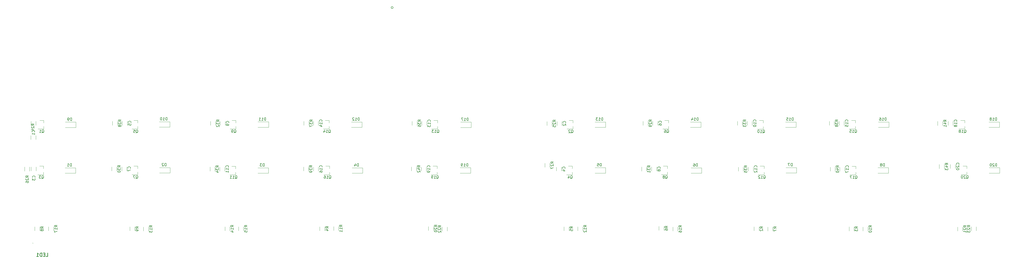
<source format=gbr>
%TF.GenerationSoftware,KiCad,Pcbnew,(5.1.9)-1*%
%TF.CreationDate,2021-03-13T11:26:25+01:00*%
%TF.ProjectId,Main_Relay_Board,4d61696e-5f52-4656-9c61-795f426f6172,rev?*%
%TF.SameCoordinates,Original*%
%TF.FileFunction,Legend,Bot*%
%TF.FilePolarity,Positive*%
%FSLAX46Y46*%
G04 Gerber Fmt 4.6, Leading zero omitted, Abs format (unit mm)*
G04 Created by KiCad (PCBNEW (5.1.9)-1) date 2021-03-13 11:26:25*
%MOMM*%
%LPD*%
G01*
G04 APERTURE LIST*
%ADD10C,0.152400*%
%ADD11C,0.120000*%
%ADD12C,0.100000*%
%ADD13C,0.150000*%
%ADD14C,0.254000*%
G04 APERTURE END LIST*
D10*
%TO.C,J2*%
X148941000Y-97745000D02*
G75*
G03*
X148941000Y-97745000I-381000J0D01*
G01*
D11*
%TO.C,R37*%
X117850000Y-141154564D02*
X117850000Y-139700436D01*
X116030000Y-141154564D02*
X116030000Y-139700436D01*
%TO.C,D1*%
X31930000Y-156900000D02*
X31930000Y-158900000D01*
X31930000Y-158900000D02*
X28030000Y-158900000D01*
X31930000Y-156900000D02*
X28030000Y-156900000D01*
D12*
%TO.C,LED1*%
X16155240Y-184664920D02*
X16155240Y-184664920D01*
X16155240Y-184764920D02*
X16155240Y-184764920D01*
X16155240Y-184664920D02*
G75*
G03*
X16155240Y-184764920I0J-50000D01*
G01*
X16155240Y-184764920D02*
G75*
G03*
X16155240Y-184664920I0J50000D01*
G01*
D11*
%TO.C,R43*%
X351980000Y-157144564D02*
X351980000Y-155690436D01*
X350160000Y-157144564D02*
X350160000Y-155690436D01*
%TO.C,R42*%
X157480000Y-158024564D02*
X157480000Y-156570436D01*
X155660000Y-158024564D02*
X155660000Y-156570436D01*
%TO.C,Q20*%
X360280000Y-156260000D02*
X360280000Y-157190000D01*
X360280000Y-159420000D02*
X360280000Y-158490000D01*
X360280000Y-159420000D02*
X358120000Y-159420000D01*
X360280000Y-156260000D02*
X358820000Y-156260000D01*
%TO.C,Q19*%
X165100000Y-156280000D02*
X165100000Y-157210000D01*
X165100000Y-159440000D02*
X165100000Y-158510000D01*
X165100000Y-159440000D02*
X162940000Y-159440000D01*
X165100000Y-156280000D02*
X163640000Y-156280000D01*
%TO.C,D20*%
X372350000Y-156880000D02*
X372350000Y-158880000D01*
X372350000Y-158880000D02*
X368450000Y-158880000D01*
X372350000Y-156880000D02*
X368450000Y-156880000D01*
%TO.C,D19*%
X177490000Y-156880000D02*
X177490000Y-158880000D01*
X177490000Y-158880000D02*
X173590000Y-158880000D01*
X177490000Y-156880000D02*
X173590000Y-156880000D01*
%TO.C,C20*%
X356040000Y-157116252D02*
X356040000Y-155693748D01*
X354220000Y-157116252D02*
X354220000Y-155693748D01*
%TO.C,C19*%
X161110000Y-158056252D02*
X161110000Y-156633748D01*
X159290000Y-158056252D02*
X159290000Y-156633748D01*
%TO.C,C7*%
X50760000Y-158031252D02*
X50760000Y-156608748D01*
X48940000Y-158031252D02*
X48940000Y-156608748D01*
%TO.C,R41*%
X351380000Y-141224564D02*
X351380000Y-139770436D01*
X349560000Y-141224564D02*
X349560000Y-139770436D01*
%TO.C,R40*%
X311780000Y-158114564D02*
X311780000Y-156660436D01*
X309960000Y-158114564D02*
X309960000Y-156660436D01*
%TO.C,R39*%
X117710000Y-158064564D02*
X117710000Y-156610436D01*
X115890000Y-158064564D02*
X115890000Y-156610436D01*
%TO.C,R38*%
X311460000Y-141154564D02*
X311460000Y-139700436D01*
X309640000Y-141154564D02*
X309640000Y-139700436D01*
%TO.C,R36*%
X157720000Y-141164564D02*
X157720000Y-139710436D01*
X155900000Y-141164564D02*
X155900000Y-139710436D01*
%TO.C,R35*%
X277930000Y-158114564D02*
X277930000Y-156660436D01*
X276110000Y-158114564D02*
X276110000Y-156660436D01*
%TO.C,R34*%
X83260000Y-158084564D02*
X83260000Y-156630436D01*
X81440000Y-158084564D02*
X81440000Y-156630436D01*
%TO.C,R33*%
X277570000Y-141164564D02*
X277570000Y-139710436D01*
X275750000Y-141164564D02*
X275750000Y-139710436D01*
%TO.C,R32*%
X83470000Y-141214564D02*
X83470000Y-139760436D01*
X81650000Y-141214564D02*
X81650000Y-139760436D01*
%TO.C,R31*%
X242260000Y-158084564D02*
X242260000Y-156630436D01*
X240440000Y-158084564D02*
X240440000Y-156630436D01*
%TO.C,R30*%
X47080000Y-158044564D02*
X47080000Y-156590436D01*
X45260000Y-158044564D02*
X45260000Y-156590436D01*
%TO.C,R29*%
X242820000Y-141194564D02*
X242820000Y-139740436D01*
X241000000Y-141194564D02*
X241000000Y-139740436D01*
%TO.C,R28*%
X47340000Y-141167064D02*
X47340000Y-139712936D01*
X45520000Y-141167064D02*
X45520000Y-139712936D01*
%TO.C,R27*%
X206630000Y-156674564D02*
X206630000Y-155220436D01*
X204810000Y-156674564D02*
X204810000Y-155220436D01*
%TO.C,R26*%
X14950000Y-158077064D02*
X14950000Y-156622936D01*
X13130000Y-158077064D02*
X13130000Y-156622936D01*
%TO.C,R25*%
X207420000Y-141284564D02*
X207420000Y-139830436D01*
X205600000Y-141284564D02*
X205600000Y-139830436D01*
%TO.C,R24*%
X15450000Y-144965436D02*
X15450000Y-146419564D01*
X17270000Y-144965436D02*
X17270000Y-146419564D01*
%TO.C,R23*%
X361940000Y-178702936D02*
X361940000Y-180157064D01*
X363760000Y-178702936D02*
X363760000Y-180157064D01*
%TO.C,R22*%
X167010000Y-178792936D02*
X167010000Y-180247064D01*
X168830000Y-178792936D02*
X168830000Y-180247064D01*
%TO.C,R21*%
X358700000Y-180247064D02*
X358700000Y-178792936D01*
X356880000Y-180247064D02*
X356880000Y-178792936D01*
%TO.C,R20*%
X163750000Y-180047064D02*
X163750000Y-178592936D01*
X161930000Y-180047064D02*
X161930000Y-178592936D01*
%TO.C,R17*%
X23790000Y-180117064D02*
X23790000Y-178662936D01*
X21970000Y-180117064D02*
X21970000Y-178662936D01*
%TO.C,R16*%
X253810000Y-180217064D02*
X253810000Y-178762936D01*
X251990000Y-180217064D02*
X251990000Y-178762936D01*
%TO.C,R15*%
X93780000Y-180157064D02*
X93780000Y-178702936D01*
X91960000Y-180157064D02*
X91960000Y-178702936D01*
%TO.C,R14*%
X88760000Y-180157064D02*
X88760000Y-178702936D01*
X86940000Y-180157064D02*
X86940000Y-178702936D01*
%TO.C,R13*%
X58770000Y-180217064D02*
X58770000Y-178762936D01*
X56950000Y-180217064D02*
X56950000Y-178762936D01*
%TO.C,R12*%
X218780000Y-180117064D02*
X218780000Y-178662936D01*
X216960000Y-180117064D02*
X216960000Y-178662936D01*
%TO.C,R11*%
X128800000Y-180027064D02*
X128800000Y-178572936D01*
X126980000Y-180027064D02*
X126980000Y-178572936D01*
%TO.C,R10*%
X323830000Y-180207064D02*
X323830000Y-178752936D01*
X322010000Y-180207064D02*
X322010000Y-178752936D01*
%TO.C,R9*%
X53720000Y-180167064D02*
X53720000Y-178712936D01*
X51900000Y-180167064D02*
X51900000Y-178712936D01*
%TO.C,R8*%
X18700000Y-180147064D02*
X18700000Y-178692936D01*
X16880000Y-180147064D02*
X16880000Y-178692936D01*
%TO.C,R7*%
X288760000Y-180187064D02*
X288760000Y-178732936D01*
X286940000Y-180187064D02*
X286940000Y-178732936D01*
%TO.C,R6*%
X248680000Y-179987064D02*
X248680000Y-178532936D01*
X246860000Y-179987064D02*
X246860000Y-178532936D01*
%TO.C,R5*%
X213720000Y-180127064D02*
X213720000Y-178672936D01*
X211900000Y-180127064D02*
X211900000Y-178672936D01*
%TO.C,R4*%
X123690000Y-180107064D02*
X123690000Y-178652936D01*
X121870000Y-180107064D02*
X121870000Y-178652936D01*
%TO.C,R3*%
X318710000Y-180177064D02*
X318710000Y-178722936D01*
X316890000Y-180177064D02*
X316890000Y-178722936D01*
%TO.C,R2*%
X283730000Y-180157064D02*
X283730000Y-178702936D01*
X281910000Y-180157064D02*
X281910000Y-178702936D01*
%TO.C,Q18*%
X359480000Y-139400000D02*
X359480000Y-140330000D01*
X359480000Y-142560000D02*
X359480000Y-141630000D01*
X359480000Y-142560000D02*
X357320000Y-142560000D01*
X359480000Y-139400000D02*
X358020000Y-139400000D01*
%TO.C,Q17*%
X319370000Y-156330000D02*
X319370000Y-157260000D01*
X319370000Y-159490000D02*
X319370000Y-158560000D01*
X319370000Y-159490000D02*
X317210000Y-159490000D01*
X319370000Y-156330000D02*
X317910000Y-156330000D01*
%TO.C,Q16*%
X125510000Y-156290000D02*
X125510000Y-157220000D01*
X125510000Y-159450000D02*
X125510000Y-158520000D01*
X125510000Y-159450000D02*
X123350000Y-159450000D01*
X125510000Y-156290000D02*
X124050000Y-156290000D01*
%TO.C,Q15*%
X319200000Y-139370000D02*
X319200000Y-140300000D01*
X319200000Y-142530000D02*
X319200000Y-141600000D01*
X319200000Y-142530000D02*
X317040000Y-142530000D01*
X319200000Y-139370000D02*
X317740000Y-139370000D01*
%TO.C,Q14*%
X125330000Y-139390000D02*
X125330000Y-140320000D01*
X125330000Y-142550000D02*
X125330000Y-141620000D01*
X125330000Y-142550000D02*
X123170000Y-142550000D01*
X125330000Y-139390000D02*
X123870000Y-139390000D01*
%TO.C,Q13*%
X165290000Y-139390000D02*
X165290000Y-140320000D01*
X165290000Y-142550000D02*
X165290000Y-141620000D01*
X165290000Y-142550000D02*
X163130000Y-142550000D01*
X165290000Y-139390000D02*
X163830000Y-139390000D01*
%TO.C,Q12*%
X285570000Y-156280000D02*
X285570000Y-157210000D01*
X285570000Y-159440000D02*
X285570000Y-158510000D01*
X285570000Y-159440000D02*
X283410000Y-159440000D01*
X285570000Y-156280000D02*
X284110000Y-156280000D01*
%TO.C,Q11*%
X90890000Y-156310000D02*
X90890000Y-157240000D01*
X90890000Y-159470000D02*
X90890000Y-158540000D01*
X90890000Y-159470000D02*
X88730000Y-159470000D01*
X90890000Y-156310000D02*
X89430000Y-156310000D01*
%TO.C,Q10*%
X285280000Y-139420000D02*
X285280000Y-140350000D01*
X285280000Y-142580000D02*
X285280000Y-141650000D01*
X285280000Y-142580000D02*
X283120000Y-142580000D01*
X285280000Y-139420000D02*
X283820000Y-139420000D01*
%TO.C,Q9*%
X90970000Y-139380000D02*
X90970000Y-140310000D01*
X90970000Y-142540000D02*
X90970000Y-141610000D01*
X90970000Y-142540000D02*
X88810000Y-142540000D01*
X90970000Y-139380000D02*
X89510000Y-139380000D01*
%TO.C,Q8*%
X249920000Y-156260000D02*
X249920000Y-157190000D01*
X249920000Y-159420000D02*
X249920000Y-158490000D01*
X249920000Y-159420000D02*
X247760000Y-159420000D01*
X249920000Y-156260000D02*
X248460000Y-156260000D01*
%TO.C,Q7*%
X54810000Y-156260000D02*
X54810000Y-157190000D01*
X54810000Y-159420000D02*
X54810000Y-158490000D01*
X54810000Y-159420000D02*
X52650000Y-159420000D01*
X54810000Y-156260000D02*
X53350000Y-156260000D01*
%TO.C,Q6*%
X250400000Y-139380000D02*
X250400000Y-140310000D01*
X250400000Y-142540000D02*
X250400000Y-141610000D01*
X250400000Y-142540000D02*
X248240000Y-142540000D01*
X250400000Y-139380000D02*
X248940000Y-139380000D01*
%TO.C,Q5*%
X54840000Y-139400000D02*
X54840000Y-140330000D01*
X54840000Y-142560000D02*
X54840000Y-141630000D01*
X54840000Y-142560000D02*
X52680000Y-142560000D01*
X54840000Y-139400000D02*
X53380000Y-139400000D01*
%TO.C,Q4*%
X214910000Y-156290000D02*
X214910000Y-157220000D01*
X214910000Y-159450000D02*
X214910000Y-158520000D01*
X214910000Y-159450000D02*
X212750000Y-159450000D01*
X214910000Y-156290000D02*
X213450000Y-156290000D01*
%TO.C,Q3*%
X20110000Y-156290000D02*
X20110000Y-157220000D01*
X20110000Y-159450000D02*
X20110000Y-158520000D01*
X20110000Y-159450000D02*
X17950000Y-159450000D01*
X20110000Y-156290000D02*
X18650000Y-156290000D01*
%TO.C,Q2*%
X215160000Y-139410000D02*
X215160000Y-140340000D01*
X215160000Y-142570000D02*
X215160000Y-141640000D01*
X215160000Y-142570000D02*
X213000000Y-142570000D01*
X215160000Y-139410000D02*
X213700000Y-139410000D01*
%TO.C,Q1*%
X20180000Y-139380000D02*
X20180000Y-140310000D01*
X20180000Y-142540000D02*
X20180000Y-141610000D01*
X20180000Y-142540000D02*
X18020000Y-142540000D01*
X20180000Y-139380000D02*
X18720000Y-139380000D01*
%TO.C,D18*%
X372320000Y-139970000D02*
X372320000Y-141970000D01*
X372320000Y-141970000D02*
X368420000Y-141970000D01*
X372320000Y-139970000D02*
X368420000Y-139970000D01*
%TO.C,D17*%
X177620000Y-140010000D02*
X177620000Y-142010000D01*
X177620000Y-142010000D02*
X173720000Y-142010000D01*
X177620000Y-140010000D02*
X173720000Y-140010000D01*
%TO.C,D16*%
X331610000Y-139970000D02*
X331610000Y-141970000D01*
X331610000Y-141970000D02*
X327710000Y-141970000D01*
X331610000Y-139970000D02*
X327710000Y-139970000D01*
%TO.C,D15*%
X297370000Y-139970000D02*
X297370000Y-141970000D01*
X297370000Y-141970000D02*
X293470000Y-141970000D01*
X297370000Y-139970000D02*
X293470000Y-139970000D01*
%TO.C,D14*%
X262340000Y-139960000D02*
X262340000Y-141960000D01*
X262340000Y-141960000D02*
X258440000Y-141960000D01*
X262340000Y-139960000D02*
X258440000Y-139960000D01*
%TO.C,D13*%
X227210000Y-139960000D02*
X227210000Y-141960000D01*
X227210000Y-141960000D02*
X223310000Y-141960000D01*
X227210000Y-139960000D02*
X223310000Y-139960000D01*
%TO.C,D12*%
X137470000Y-139960000D02*
X137470000Y-141960000D01*
X137470000Y-141960000D02*
X133570000Y-141960000D01*
X137470000Y-139960000D02*
X133570000Y-139960000D01*
%TO.C,D11*%
X103020000Y-139920000D02*
X103020000Y-141920000D01*
X103020000Y-141920000D02*
X99120000Y-141920000D01*
X103020000Y-139920000D02*
X99120000Y-139920000D01*
%TO.C,D10*%
X66670000Y-139870000D02*
X66670000Y-141870000D01*
X66670000Y-141870000D02*
X62770000Y-141870000D01*
X66670000Y-139870000D02*
X62770000Y-139870000D01*
%TO.C,D9*%
X32010000Y-140000000D02*
X32010000Y-142000000D01*
X32010000Y-142000000D02*
X28110000Y-142000000D01*
X32010000Y-140000000D02*
X28110000Y-140000000D01*
%TO.C,D8*%
X331440000Y-156880000D02*
X331440000Y-158880000D01*
X331440000Y-158880000D02*
X327540000Y-158880000D01*
X331440000Y-156880000D02*
X327540000Y-156880000D01*
%TO.C,D7*%
X297520000Y-156820000D02*
X297520000Y-158820000D01*
X297520000Y-158820000D02*
X293620000Y-158820000D01*
X297520000Y-156820000D02*
X293620000Y-156820000D01*
%TO.C,D6*%
X262565000Y-156910000D02*
X262565000Y-158910000D01*
X262565000Y-158910000D02*
X258665000Y-158910000D01*
X262565000Y-156910000D02*
X258665000Y-156910000D01*
%TO.C,D5*%
X227150000Y-156840000D02*
X227150000Y-158840000D01*
X227150000Y-158840000D02*
X223250000Y-158840000D01*
X227150000Y-156840000D02*
X223250000Y-156840000D01*
%TO.C,D4*%
X137680000Y-156900000D02*
X137680000Y-158900000D01*
X137680000Y-158900000D02*
X133780000Y-158900000D01*
X137680000Y-156900000D02*
X133780000Y-156900000D01*
%TO.C,D3*%
X102950000Y-156910000D02*
X102950000Y-158910000D01*
X102950000Y-158910000D02*
X99050000Y-158910000D01*
X102950000Y-156910000D02*
X99050000Y-156910000D01*
%TO.C,D2*%
X66780000Y-156810000D02*
X66780000Y-158810000D01*
X66780000Y-158810000D02*
X62880000Y-158810000D01*
X66780000Y-156810000D02*
X62880000Y-156810000D01*
%TO.C,C18*%
X355240000Y-141166252D02*
X355240000Y-139743748D01*
X353420000Y-141166252D02*
X353420000Y-139743748D01*
%TO.C,C17*%
X315290000Y-158086252D02*
X315290000Y-156663748D01*
X313470000Y-158086252D02*
X313470000Y-156663748D01*
%TO.C,C16*%
X121390000Y-158066252D02*
X121390000Y-156643748D01*
X119570000Y-158066252D02*
X119570000Y-156643748D01*
%TO.C,C15*%
X315100000Y-141146252D02*
X315100000Y-139723748D01*
X313280000Y-141146252D02*
X313280000Y-139723748D01*
%TO.C,C14*%
X121360000Y-141156252D02*
X121360000Y-139733748D01*
X119540000Y-141156252D02*
X119540000Y-139733748D01*
%TO.C,C13*%
X161290000Y-141186252D02*
X161290000Y-139763748D01*
X159470000Y-141186252D02*
X159470000Y-139763748D01*
%TO.C,C12*%
X281600000Y-158066252D02*
X281600000Y-156643748D01*
X279780000Y-158066252D02*
X279780000Y-156643748D01*
%TO.C,C11*%
X86870000Y-158076252D02*
X86870000Y-156653748D01*
X85050000Y-158076252D02*
X85050000Y-156653748D01*
%TO.C,C10*%
X281240000Y-141146252D02*
X281240000Y-139723748D01*
X279420000Y-141146252D02*
X279420000Y-139723748D01*
%TO.C,C9*%
X87030000Y-141216252D02*
X87030000Y-139793748D01*
X85210000Y-141216252D02*
X85210000Y-139793748D01*
%TO.C,C8*%
X245970000Y-158046252D02*
X245970000Y-156623748D01*
X244150000Y-158046252D02*
X244150000Y-156623748D01*
%TO.C,C6*%
X246400000Y-141166252D02*
X246400000Y-139743748D01*
X244580000Y-141166252D02*
X244580000Y-139743748D01*
%TO.C,C5*%
X50960000Y-141151252D02*
X50960000Y-139728748D01*
X49140000Y-141151252D02*
X49140000Y-139728748D01*
%TO.C,C4*%
X210900000Y-158066252D02*
X210900000Y-156643748D01*
X209080000Y-158066252D02*
X209080000Y-156643748D01*
%TO.C,C3*%
X17360000Y-158051252D02*
X17360000Y-156628748D01*
X15540000Y-158051252D02*
X15540000Y-156628748D01*
%TO.C,C2*%
X211110000Y-141236252D02*
X211110000Y-139813748D01*
X209290000Y-141236252D02*
X209290000Y-139813748D01*
%TO.C,C1*%
X17310000Y-141141252D02*
X17310000Y-139718748D01*
X15490000Y-141141252D02*
X15490000Y-139718748D01*
%TO.C,R37*%
D13*
X119212380Y-139784642D02*
X118736190Y-139451309D01*
X119212380Y-139213214D02*
X118212380Y-139213214D01*
X118212380Y-139594166D01*
X118260000Y-139689404D01*
X118307619Y-139737023D01*
X118402857Y-139784642D01*
X118545714Y-139784642D01*
X118640952Y-139737023D01*
X118688571Y-139689404D01*
X118736190Y-139594166D01*
X118736190Y-139213214D01*
X118212380Y-140117976D02*
X118212380Y-140737023D01*
X118593333Y-140403690D01*
X118593333Y-140546547D01*
X118640952Y-140641785D01*
X118688571Y-140689404D01*
X118783809Y-140737023D01*
X119021904Y-140737023D01*
X119117142Y-140689404D01*
X119164761Y-140641785D01*
X119212380Y-140546547D01*
X119212380Y-140260833D01*
X119164761Y-140165595D01*
X119117142Y-140117976D01*
X118212380Y-141070357D02*
X118212380Y-141737023D01*
X119212380Y-141308452D01*
%TO.C,D1*%
X30418095Y-156352380D02*
X30418095Y-155352380D01*
X30180000Y-155352380D01*
X30037142Y-155400000D01*
X29941904Y-155495238D01*
X29894285Y-155590476D01*
X29846666Y-155780952D01*
X29846666Y-155923809D01*
X29894285Y-156114285D01*
X29941904Y-156209523D01*
X30037142Y-156304761D01*
X30180000Y-156352380D01*
X30418095Y-156352380D01*
X28894285Y-156352380D02*
X29465714Y-156352380D01*
X29180000Y-156352380D02*
X29180000Y-155352380D01*
X29275238Y-155495238D01*
X29370476Y-155590476D01*
X29465714Y-155638095D01*
%TO.C,LED1*%
D14*
X21034750Y-189626963D02*
X21639512Y-189626963D01*
X21639512Y-188356963D01*
X20611417Y-188961725D02*
X20188083Y-188961725D01*
X20006655Y-189626963D02*
X20611417Y-189626963D01*
X20611417Y-188356963D01*
X20006655Y-188356963D01*
X19462369Y-189626963D02*
X19462369Y-188356963D01*
X19159988Y-188356963D01*
X18978560Y-188417440D01*
X18857607Y-188538392D01*
X18797131Y-188659344D01*
X18736655Y-188901249D01*
X18736655Y-189082678D01*
X18797131Y-189324582D01*
X18857607Y-189445535D01*
X18978560Y-189566487D01*
X19159988Y-189626963D01*
X19462369Y-189626963D01*
X17527131Y-189626963D02*
X18252845Y-189626963D01*
X17889988Y-189626963D02*
X17889988Y-188356963D01*
X18010940Y-188538392D01*
X18131893Y-188659344D01*
X18252845Y-188719820D01*
%TO.C,R43*%
D13*
X353342380Y-155774642D02*
X352866190Y-155441309D01*
X353342380Y-155203214D02*
X352342380Y-155203214D01*
X352342380Y-155584166D01*
X352390000Y-155679404D01*
X352437619Y-155727023D01*
X352532857Y-155774642D01*
X352675714Y-155774642D01*
X352770952Y-155727023D01*
X352818571Y-155679404D01*
X352866190Y-155584166D01*
X352866190Y-155203214D01*
X352675714Y-156631785D02*
X353342380Y-156631785D01*
X352294761Y-156393690D02*
X353009047Y-156155595D01*
X353009047Y-156774642D01*
X352342380Y-157060357D02*
X352342380Y-157679404D01*
X352723333Y-157346071D01*
X352723333Y-157488928D01*
X352770952Y-157584166D01*
X352818571Y-157631785D01*
X352913809Y-157679404D01*
X353151904Y-157679404D01*
X353247142Y-157631785D01*
X353294761Y-157584166D01*
X353342380Y-157488928D01*
X353342380Y-157203214D01*
X353294761Y-157107976D01*
X353247142Y-157060357D01*
%TO.C,R42*%
X158842380Y-156654642D02*
X158366190Y-156321309D01*
X158842380Y-156083214D02*
X157842380Y-156083214D01*
X157842380Y-156464166D01*
X157890000Y-156559404D01*
X157937619Y-156607023D01*
X158032857Y-156654642D01*
X158175714Y-156654642D01*
X158270952Y-156607023D01*
X158318571Y-156559404D01*
X158366190Y-156464166D01*
X158366190Y-156083214D01*
X158175714Y-157511785D02*
X158842380Y-157511785D01*
X157794761Y-157273690D02*
X158509047Y-157035595D01*
X158509047Y-157654642D01*
X157937619Y-157987976D02*
X157890000Y-158035595D01*
X157842380Y-158130833D01*
X157842380Y-158368928D01*
X157890000Y-158464166D01*
X157937619Y-158511785D01*
X158032857Y-158559404D01*
X158128095Y-158559404D01*
X158270952Y-158511785D01*
X158842380Y-157940357D01*
X158842380Y-158559404D01*
%TO.C,Q20*%
X360091428Y-160887619D02*
X360186666Y-160840000D01*
X360281904Y-160744761D01*
X360424761Y-160601904D01*
X360520000Y-160554285D01*
X360615238Y-160554285D01*
X360567619Y-160792380D02*
X360662857Y-160744761D01*
X360758095Y-160649523D01*
X360805714Y-160459047D01*
X360805714Y-160125714D01*
X360758095Y-159935238D01*
X360662857Y-159840000D01*
X360567619Y-159792380D01*
X360377142Y-159792380D01*
X360281904Y-159840000D01*
X360186666Y-159935238D01*
X360139047Y-160125714D01*
X360139047Y-160459047D01*
X360186666Y-160649523D01*
X360281904Y-160744761D01*
X360377142Y-160792380D01*
X360567619Y-160792380D01*
X359758095Y-159887619D02*
X359710476Y-159840000D01*
X359615238Y-159792380D01*
X359377142Y-159792380D01*
X359281904Y-159840000D01*
X359234285Y-159887619D01*
X359186666Y-159982857D01*
X359186666Y-160078095D01*
X359234285Y-160220952D01*
X359805714Y-160792380D01*
X359186666Y-160792380D01*
X358567619Y-159792380D02*
X358472380Y-159792380D01*
X358377142Y-159840000D01*
X358329523Y-159887619D01*
X358281904Y-159982857D01*
X358234285Y-160173333D01*
X358234285Y-160411428D01*
X358281904Y-160601904D01*
X358329523Y-160697142D01*
X358377142Y-160744761D01*
X358472380Y-160792380D01*
X358567619Y-160792380D01*
X358662857Y-160744761D01*
X358710476Y-160697142D01*
X358758095Y-160601904D01*
X358805714Y-160411428D01*
X358805714Y-160173333D01*
X358758095Y-159982857D01*
X358710476Y-159887619D01*
X358662857Y-159840000D01*
X358567619Y-159792380D01*
%TO.C,Q19*%
X164911428Y-160907619D02*
X165006666Y-160860000D01*
X165101904Y-160764761D01*
X165244761Y-160621904D01*
X165340000Y-160574285D01*
X165435238Y-160574285D01*
X165387619Y-160812380D02*
X165482857Y-160764761D01*
X165578095Y-160669523D01*
X165625714Y-160479047D01*
X165625714Y-160145714D01*
X165578095Y-159955238D01*
X165482857Y-159860000D01*
X165387619Y-159812380D01*
X165197142Y-159812380D01*
X165101904Y-159860000D01*
X165006666Y-159955238D01*
X164959047Y-160145714D01*
X164959047Y-160479047D01*
X165006666Y-160669523D01*
X165101904Y-160764761D01*
X165197142Y-160812380D01*
X165387619Y-160812380D01*
X164006666Y-160812380D02*
X164578095Y-160812380D01*
X164292380Y-160812380D02*
X164292380Y-159812380D01*
X164387619Y-159955238D01*
X164482857Y-160050476D01*
X164578095Y-160098095D01*
X163530476Y-160812380D02*
X163340000Y-160812380D01*
X163244761Y-160764761D01*
X163197142Y-160717142D01*
X163101904Y-160574285D01*
X163054285Y-160383809D01*
X163054285Y-160002857D01*
X163101904Y-159907619D01*
X163149523Y-159860000D01*
X163244761Y-159812380D01*
X163435238Y-159812380D01*
X163530476Y-159860000D01*
X163578095Y-159907619D01*
X163625714Y-160002857D01*
X163625714Y-160240952D01*
X163578095Y-160336190D01*
X163530476Y-160383809D01*
X163435238Y-160431428D01*
X163244761Y-160431428D01*
X163149523Y-160383809D01*
X163101904Y-160336190D01*
X163054285Y-160240952D01*
%TO.C,D20*%
X371314285Y-156332380D02*
X371314285Y-155332380D01*
X371076190Y-155332380D01*
X370933333Y-155380000D01*
X370838095Y-155475238D01*
X370790476Y-155570476D01*
X370742857Y-155760952D01*
X370742857Y-155903809D01*
X370790476Y-156094285D01*
X370838095Y-156189523D01*
X370933333Y-156284761D01*
X371076190Y-156332380D01*
X371314285Y-156332380D01*
X370361904Y-155427619D02*
X370314285Y-155380000D01*
X370219047Y-155332380D01*
X369980952Y-155332380D01*
X369885714Y-155380000D01*
X369838095Y-155427619D01*
X369790476Y-155522857D01*
X369790476Y-155618095D01*
X369838095Y-155760952D01*
X370409523Y-156332380D01*
X369790476Y-156332380D01*
X369171428Y-155332380D02*
X369076190Y-155332380D01*
X368980952Y-155380000D01*
X368933333Y-155427619D01*
X368885714Y-155522857D01*
X368838095Y-155713333D01*
X368838095Y-155951428D01*
X368885714Y-156141904D01*
X368933333Y-156237142D01*
X368980952Y-156284761D01*
X369076190Y-156332380D01*
X369171428Y-156332380D01*
X369266666Y-156284761D01*
X369314285Y-156237142D01*
X369361904Y-156141904D01*
X369409523Y-155951428D01*
X369409523Y-155713333D01*
X369361904Y-155522857D01*
X369314285Y-155427619D01*
X369266666Y-155380000D01*
X369171428Y-155332380D01*
%TO.C,D19*%
X176454285Y-156332380D02*
X176454285Y-155332380D01*
X176216190Y-155332380D01*
X176073333Y-155380000D01*
X175978095Y-155475238D01*
X175930476Y-155570476D01*
X175882857Y-155760952D01*
X175882857Y-155903809D01*
X175930476Y-156094285D01*
X175978095Y-156189523D01*
X176073333Y-156284761D01*
X176216190Y-156332380D01*
X176454285Y-156332380D01*
X174930476Y-156332380D02*
X175501904Y-156332380D01*
X175216190Y-156332380D02*
X175216190Y-155332380D01*
X175311428Y-155475238D01*
X175406666Y-155570476D01*
X175501904Y-155618095D01*
X174454285Y-156332380D02*
X174263809Y-156332380D01*
X174168571Y-156284761D01*
X174120952Y-156237142D01*
X174025714Y-156094285D01*
X173978095Y-155903809D01*
X173978095Y-155522857D01*
X174025714Y-155427619D01*
X174073333Y-155380000D01*
X174168571Y-155332380D01*
X174359047Y-155332380D01*
X174454285Y-155380000D01*
X174501904Y-155427619D01*
X174549523Y-155522857D01*
X174549523Y-155760952D01*
X174501904Y-155856190D01*
X174454285Y-155903809D01*
X174359047Y-155951428D01*
X174168571Y-155951428D01*
X174073333Y-155903809D01*
X174025714Y-155856190D01*
X173978095Y-155760952D01*
%TO.C,C20*%
X357337142Y-155762142D02*
X357384761Y-155714523D01*
X357432380Y-155571666D01*
X357432380Y-155476428D01*
X357384761Y-155333571D01*
X357289523Y-155238333D01*
X357194285Y-155190714D01*
X357003809Y-155143095D01*
X356860952Y-155143095D01*
X356670476Y-155190714D01*
X356575238Y-155238333D01*
X356480000Y-155333571D01*
X356432380Y-155476428D01*
X356432380Y-155571666D01*
X356480000Y-155714523D01*
X356527619Y-155762142D01*
X356527619Y-156143095D02*
X356480000Y-156190714D01*
X356432380Y-156285952D01*
X356432380Y-156524047D01*
X356480000Y-156619285D01*
X356527619Y-156666904D01*
X356622857Y-156714523D01*
X356718095Y-156714523D01*
X356860952Y-156666904D01*
X357432380Y-156095476D01*
X357432380Y-156714523D01*
X356432380Y-157333571D02*
X356432380Y-157428809D01*
X356480000Y-157524047D01*
X356527619Y-157571666D01*
X356622857Y-157619285D01*
X356813333Y-157666904D01*
X357051428Y-157666904D01*
X357241904Y-157619285D01*
X357337142Y-157571666D01*
X357384761Y-157524047D01*
X357432380Y-157428809D01*
X357432380Y-157333571D01*
X357384761Y-157238333D01*
X357337142Y-157190714D01*
X357241904Y-157143095D01*
X357051428Y-157095476D01*
X356813333Y-157095476D01*
X356622857Y-157143095D01*
X356527619Y-157190714D01*
X356480000Y-157238333D01*
X356432380Y-157333571D01*
%TO.C,C19*%
X162407142Y-156702142D02*
X162454761Y-156654523D01*
X162502380Y-156511666D01*
X162502380Y-156416428D01*
X162454761Y-156273571D01*
X162359523Y-156178333D01*
X162264285Y-156130714D01*
X162073809Y-156083095D01*
X161930952Y-156083095D01*
X161740476Y-156130714D01*
X161645238Y-156178333D01*
X161550000Y-156273571D01*
X161502380Y-156416428D01*
X161502380Y-156511666D01*
X161550000Y-156654523D01*
X161597619Y-156702142D01*
X162502380Y-157654523D02*
X162502380Y-157083095D01*
X162502380Y-157368809D02*
X161502380Y-157368809D01*
X161645238Y-157273571D01*
X161740476Y-157178333D01*
X161788095Y-157083095D01*
X162502380Y-158130714D02*
X162502380Y-158321190D01*
X162454761Y-158416428D01*
X162407142Y-158464047D01*
X162264285Y-158559285D01*
X162073809Y-158606904D01*
X161692857Y-158606904D01*
X161597619Y-158559285D01*
X161550000Y-158511666D01*
X161502380Y-158416428D01*
X161502380Y-158225952D01*
X161550000Y-158130714D01*
X161597619Y-158083095D01*
X161692857Y-158035476D01*
X161930952Y-158035476D01*
X162026190Y-158083095D01*
X162073809Y-158130714D01*
X162121428Y-158225952D01*
X162121428Y-158416428D01*
X162073809Y-158511666D01*
X162026190Y-158559285D01*
X161930952Y-158606904D01*
%TO.C,C7*%
X52057142Y-157153333D02*
X52104761Y-157105714D01*
X52152380Y-156962857D01*
X52152380Y-156867619D01*
X52104761Y-156724761D01*
X52009523Y-156629523D01*
X51914285Y-156581904D01*
X51723809Y-156534285D01*
X51580952Y-156534285D01*
X51390476Y-156581904D01*
X51295238Y-156629523D01*
X51200000Y-156724761D01*
X51152380Y-156867619D01*
X51152380Y-156962857D01*
X51200000Y-157105714D01*
X51247619Y-157153333D01*
X51152380Y-157486666D02*
X51152380Y-158153333D01*
X52152380Y-157724761D01*
%TO.C,R41*%
X352742380Y-139854642D02*
X352266190Y-139521309D01*
X352742380Y-139283214D02*
X351742380Y-139283214D01*
X351742380Y-139664166D01*
X351790000Y-139759404D01*
X351837619Y-139807023D01*
X351932857Y-139854642D01*
X352075714Y-139854642D01*
X352170952Y-139807023D01*
X352218571Y-139759404D01*
X352266190Y-139664166D01*
X352266190Y-139283214D01*
X352075714Y-140711785D02*
X352742380Y-140711785D01*
X351694761Y-140473690D02*
X352409047Y-140235595D01*
X352409047Y-140854642D01*
X352742380Y-141759404D02*
X352742380Y-141187976D01*
X352742380Y-141473690D02*
X351742380Y-141473690D01*
X351885238Y-141378452D01*
X351980476Y-141283214D01*
X352028095Y-141187976D01*
%TO.C,R40*%
X313142380Y-156744642D02*
X312666190Y-156411309D01*
X313142380Y-156173214D02*
X312142380Y-156173214D01*
X312142380Y-156554166D01*
X312190000Y-156649404D01*
X312237619Y-156697023D01*
X312332857Y-156744642D01*
X312475714Y-156744642D01*
X312570952Y-156697023D01*
X312618571Y-156649404D01*
X312666190Y-156554166D01*
X312666190Y-156173214D01*
X312475714Y-157601785D02*
X313142380Y-157601785D01*
X312094761Y-157363690D02*
X312809047Y-157125595D01*
X312809047Y-157744642D01*
X312142380Y-158316071D02*
X312142380Y-158411309D01*
X312190000Y-158506547D01*
X312237619Y-158554166D01*
X312332857Y-158601785D01*
X312523333Y-158649404D01*
X312761428Y-158649404D01*
X312951904Y-158601785D01*
X313047142Y-158554166D01*
X313094761Y-158506547D01*
X313142380Y-158411309D01*
X313142380Y-158316071D01*
X313094761Y-158220833D01*
X313047142Y-158173214D01*
X312951904Y-158125595D01*
X312761428Y-158077976D01*
X312523333Y-158077976D01*
X312332857Y-158125595D01*
X312237619Y-158173214D01*
X312190000Y-158220833D01*
X312142380Y-158316071D01*
%TO.C,R39*%
X119072380Y-156694642D02*
X118596190Y-156361309D01*
X119072380Y-156123214D02*
X118072380Y-156123214D01*
X118072380Y-156504166D01*
X118120000Y-156599404D01*
X118167619Y-156647023D01*
X118262857Y-156694642D01*
X118405714Y-156694642D01*
X118500952Y-156647023D01*
X118548571Y-156599404D01*
X118596190Y-156504166D01*
X118596190Y-156123214D01*
X118072380Y-157027976D02*
X118072380Y-157647023D01*
X118453333Y-157313690D01*
X118453333Y-157456547D01*
X118500952Y-157551785D01*
X118548571Y-157599404D01*
X118643809Y-157647023D01*
X118881904Y-157647023D01*
X118977142Y-157599404D01*
X119024761Y-157551785D01*
X119072380Y-157456547D01*
X119072380Y-157170833D01*
X119024761Y-157075595D01*
X118977142Y-157027976D01*
X119072380Y-158123214D02*
X119072380Y-158313690D01*
X119024761Y-158408928D01*
X118977142Y-158456547D01*
X118834285Y-158551785D01*
X118643809Y-158599404D01*
X118262857Y-158599404D01*
X118167619Y-158551785D01*
X118120000Y-158504166D01*
X118072380Y-158408928D01*
X118072380Y-158218452D01*
X118120000Y-158123214D01*
X118167619Y-158075595D01*
X118262857Y-158027976D01*
X118500952Y-158027976D01*
X118596190Y-158075595D01*
X118643809Y-158123214D01*
X118691428Y-158218452D01*
X118691428Y-158408928D01*
X118643809Y-158504166D01*
X118596190Y-158551785D01*
X118500952Y-158599404D01*
%TO.C,R38*%
X312822380Y-139784642D02*
X312346190Y-139451309D01*
X312822380Y-139213214D02*
X311822380Y-139213214D01*
X311822380Y-139594166D01*
X311870000Y-139689404D01*
X311917619Y-139737023D01*
X312012857Y-139784642D01*
X312155714Y-139784642D01*
X312250952Y-139737023D01*
X312298571Y-139689404D01*
X312346190Y-139594166D01*
X312346190Y-139213214D01*
X311822380Y-140117976D02*
X311822380Y-140737023D01*
X312203333Y-140403690D01*
X312203333Y-140546547D01*
X312250952Y-140641785D01*
X312298571Y-140689404D01*
X312393809Y-140737023D01*
X312631904Y-140737023D01*
X312727142Y-140689404D01*
X312774761Y-140641785D01*
X312822380Y-140546547D01*
X312822380Y-140260833D01*
X312774761Y-140165595D01*
X312727142Y-140117976D01*
X312250952Y-141308452D02*
X312203333Y-141213214D01*
X312155714Y-141165595D01*
X312060476Y-141117976D01*
X312012857Y-141117976D01*
X311917619Y-141165595D01*
X311870000Y-141213214D01*
X311822380Y-141308452D01*
X311822380Y-141498928D01*
X311870000Y-141594166D01*
X311917619Y-141641785D01*
X312012857Y-141689404D01*
X312060476Y-141689404D01*
X312155714Y-141641785D01*
X312203333Y-141594166D01*
X312250952Y-141498928D01*
X312250952Y-141308452D01*
X312298571Y-141213214D01*
X312346190Y-141165595D01*
X312441428Y-141117976D01*
X312631904Y-141117976D01*
X312727142Y-141165595D01*
X312774761Y-141213214D01*
X312822380Y-141308452D01*
X312822380Y-141498928D01*
X312774761Y-141594166D01*
X312727142Y-141641785D01*
X312631904Y-141689404D01*
X312441428Y-141689404D01*
X312346190Y-141641785D01*
X312298571Y-141594166D01*
X312250952Y-141498928D01*
%TO.C,R36*%
X159082380Y-139794642D02*
X158606190Y-139461309D01*
X159082380Y-139223214D02*
X158082380Y-139223214D01*
X158082380Y-139604166D01*
X158130000Y-139699404D01*
X158177619Y-139747023D01*
X158272857Y-139794642D01*
X158415714Y-139794642D01*
X158510952Y-139747023D01*
X158558571Y-139699404D01*
X158606190Y-139604166D01*
X158606190Y-139223214D01*
X158082380Y-140127976D02*
X158082380Y-140747023D01*
X158463333Y-140413690D01*
X158463333Y-140556547D01*
X158510952Y-140651785D01*
X158558571Y-140699404D01*
X158653809Y-140747023D01*
X158891904Y-140747023D01*
X158987142Y-140699404D01*
X159034761Y-140651785D01*
X159082380Y-140556547D01*
X159082380Y-140270833D01*
X159034761Y-140175595D01*
X158987142Y-140127976D01*
X158082380Y-141604166D02*
X158082380Y-141413690D01*
X158130000Y-141318452D01*
X158177619Y-141270833D01*
X158320476Y-141175595D01*
X158510952Y-141127976D01*
X158891904Y-141127976D01*
X158987142Y-141175595D01*
X159034761Y-141223214D01*
X159082380Y-141318452D01*
X159082380Y-141508928D01*
X159034761Y-141604166D01*
X158987142Y-141651785D01*
X158891904Y-141699404D01*
X158653809Y-141699404D01*
X158558571Y-141651785D01*
X158510952Y-141604166D01*
X158463333Y-141508928D01*
X158463333Y-141318452D01*
X158510952Y-141223214D01*
X158558571Y-141175595D01*
X158653809Y-141127976D01*
%TO.C,R35*%
X279292380Y-156744642D02*
X278816190Y-156411309D01*
X279292380Y-156173214D02*
X278292380Y-156173214D01*
X278292380Y-156554166D01*
X278340000Y-156649404D01*
X278387619Y-156697023D01*
X278482857Y-156744642D01*
X278625714Y-156744642D01*
X278720952Y-156697023D01*
X278768571Y-156649404D01*
X278816190Y-156554166D01*
X278816190Y-156173214D01*
X278292380Y-157077976D02*
X278292380Y-157697023D01*
X278673333Y-157363690D01*
X278673333Y-157506547D01*
X278720952Y-157601785D01*
X278768571Y-157649404D01*
X278863809Y-157697023D01*
X279101904Y-157697023D01*
X279197142Y-157649404D01*
X279244761Y-157601785D01*
X279292380Y-157506547D01*
X279292380Y-157220833D01*
X279244761Y-157125595D01*
X279197142Y-157077976D01*
X278292380Y-158601785D02*
X278292380Y-158125595D01*
X278768571Y-158077976D01*
X278720952Y-158125595D01*
X278673333Y-158220833D01*
X278673333Y-158458928D01*
X278720952Y-158554166D01*
X278768571Y-158601785D01*
X278863809Y-158649404D01*
X279101904Y-158649404D01*
X279197142Y-158601785D01*
X279244761Y-158554166D01*
X279292380Y-158458928D01*
X279292380Y-158220833D01*
X279244761Y-158125595D01*
X279197142Y-158077976D01*
%TO.C,R34*%
X84622380Y-156714642D02*
X84146190Y-156381309D01*
X84622380Y-156143214D02*
X83622380Y-156143214D01*
X83622380Y-156524166D01*
X83670000Y-156619404D01*
X83717619Y-156667023D01*
X83812857Y-156714642D01*
X83955714Y-156714642D01*
X84050952Y-156667023D01*
X84098571Y-156619404D01*
X84146190Y-156524166D01*
X84146190Y-156143214D01*
X83622380Y-157047976D02*
X83622380Y-157667023D01*
X84003333Y-157333690D01*
X84003333Y-157476547D01*
X84050952Y-157571785D01*
X84098571Y-157619404D01*
X84193809Y-157667023D01*
X84431904Y-157667023D01*
X84527142Y-157619404D01*
X84574761Y-157571785D01*
X84622380Y-157476547D01*
X84622380Y-157190833D01*
X84574761Y-157095595D01*
X84527142Y-157047976D01*
X83955714Y-158524166D02*
X84622380Y-158524166D01*
X83574761Y-158286071D02*
X84289047Y-158047976D01*
X84289047Y-158667023D01*
%TO.C,R33*%
X278932380Y-139794642D02*
X278456190Y-139461309D01*
X278932380Y-139223214D02*
X277932380Y-139223214D01*
X277932380Y-139604166D01*
X277980000Y-139699404D01*
X278027619Y-139747023D01*
X278122857Y-139794642D01*
X278265714Y-139794642D01*
X278360952Y-139747023D01*
X278408571Y-139699404D01*
X278456190Y-139604166D01*
X278456190Y-139223214D01*
X277932380Y-140127976D02*
X277932380Y-140747023D01*
X278313333Y-140413690D01*
X278313333Y-140556547D01*
X278360952Y-140651785D01*
X278408571Y-140699404D01*
X278503809Y-140747023D01*
X278741904Y-140747023D01*
X278837142Y-140699404D01*
X278884761Y-140651785D01*
X278932380Y-140556547D01*
X278932380Y-140270833D01*
X278884761Y-140175595D01*
X278837142Y-140127976D01*
X277932380Y-141080357D02*
X277932380Y-141699404D01*
X278313333Y-141366071D01*
X278313333Y-141508928D01*
X278360952Y-141604166D01*
X278408571Y-141651785D01*
X278503809Y-141699404D01*
X278741904Y-141699404D01*
X278837142Y-141651785D01*
X278884761Y-141604166D01*
X278932380Y-141508928D01*
X278932380Y-141223214D01*
X278884761Y-141127976D01*
X278837142Y-141080357D01*
%TO.C,R32*%
X84832380Y-139844642D02*
X84356190Y-139511309D01*
X84832380Y-139273214D02*
X83832380Y-139273214D01*
X83832380Y-139654166D01*
X83880000Y-139749404D01*
X83927619Y-139797023D01*
X84022857Y-139844642D01*
X84165714Y-139844642D01*
X84260952Y-139797023D01*
X84308571Y-139749404D01*
X84356190Y-139654166D01*
X84356190Y-139273214D01*
X83832380Y-140177976D02*
X83832380Y-140797023D01*
X84213333Y-140463690D01*
X84213333Y-140606547D01*
X84260952Y-140701785D01*
X84308571Y-140749404D01*
X84403809Y-140797023D01*
X84641904Y-140797023D01*
X84737142Y-140749404D01*
X84784761Y-140701785D01*
X84832380Y-140606547D01*
X84832380Y-140320833D01*
X84784761Y-140225595D01*
X84737142Y-140177976D01*
X83927619Y-141177976D02*
X83880000Y-141225595D01*
X83832380Y-141320833D01*
X83832380Y-141558928D01*
X83880000Y-141654166D01*
X83927619Y-141701785D01*
X84022857Y-141749404D01*
X84118095Y-141749404D01*
X84260952Y-141701785D01*
X84832380Y-141130357D01*
X84832380Y-141749404D01*
%TO.C,R31*%
X243622380Y-156714642D02*
X243146190Y-156381309D01*
X243622380Y-156143214D02*
X242622380Y-156143214D01*
X242622380Y-156524166D01*
X242670000Y-156619404D01*
X242717619Y-156667023D01*
X242812857Y-156714642D01*
X242955714Y-156714642D01*
X243050952Y-156667023D01*
X243098571Y-156619404D01*
X243146190Y-156524166D01*
X243146190Y-156143214D01*
X242622380Y-157047976D02*
X242622380Y-157667023D01*
X243003333Y-157333690D01*
X243003333Y-157476547D01*
X243050952Y-157571785D01*
X243098571Y-157619404D01*
X243193809Y-157667023D01*
X243431904Y-157667023D01*
X243527142Y-157619404D01*
X243574761Y-157571785D01*
X243622380Y-157476547D01*
X243622380Y-157190833D01*
X243574761Y-157095595D01*
X243527142Y-157047976D01*
X243622380Y-158619404D02*
X243622380Y-158047976D01*
X243622380Y-158333690D02*
X242622380Y-158333690D01*
X242765238Y-158238452D01*
X242860476Y-158143214D01*
X242908095Y-158047976D01*
%TO.C,R30*%
X48442380Y-156674642D02*
X47966190Y-156341309D01*
X48442380Y-156103214D02*
X47442380Y-156103214D01*
X47442380Y-156484166D01*
X47490000Y-156579404D01*
X47537619Y-156627023D01*
X47632857Y-156674642D01*
X47775714Y-156674642D01*
X47870952Y-156627023D01*
X47918571Y-156579404D01*
X47966190Y-156484166D01*
X47966190Y-156103214D01*
X47442380Y-157007976D02*
X47442380Y-157627023D01*
X47823333Y-157293690D01*
X47823333Y-157436547D01*
X47870952Y-157531785D01*
X47918571Y-157579404D01*
X48013809Y-157627023D01*
X48251904Y-157627023D01*
X48347142Y-157579404D01*
X48394761Y-157531785D01*
X48442380Y-157436547D01*
X48442380Y-157150833D01*
X48394761Y-157055595D01*
X48347142Y-157007976D01*
X47442380Y-158246071D02*
X47442380Y-158341309D01*
X47490000Y-158436547D01*
X47537619Y-158484166D01*
X47632857Y-158531785D01*
X47823333Y-158579404D01*
X48061428Y-158579404D01*
X48251904Y-158531785D01*
X48347142Y-158484166D01*
X48394761Y-158436547D01*
X48442380Y-158341309D01*
X48442380Y-158246071D01*
X48394761Y-158150833D01*
X48347142Y-158103214D01*
X48251904Y-158055595D01*
X48061428Y-158007976D01*
X47823333Y-158007976D01*
X47632857Y-158055595D01*
X47537619Y-158103214D01*
X47490000Y-158150833D01*
X47442380Y-158246071D01*
%TO.C,R29*%
X244182380Y-139824642D02*
X243706190Y-139491309D01*
X244182380Y-139253214D02*
X243182380Y-139253214D01*
X243182380Y-139634166D01*
X243230000Y-139729404D01*
X243277619Y-139777023D01*
X243372857Y-139824642D01*
X243515714Y-139824642D01*
X243610952Y-139777023D01*
X243658571Y-139729404D01*
X243706190Y-139634166D01*
X243706190Y-139253214D01*
X243277619Y-140205595D02*
X243230000Y-140253214D01*
X243182380Y-140348452D01*
X243182380Y-140586547D01*
X243230000Y-140681785D01*
X243277619Y-140729404D01*
X243372857Y-140777023D01*
X243468095Y-140777023D01*
X243610952Y-140729404D01*
X244182380Y-140157976D01*
X244182380Y-140777023D01*
X244182380Y-141253214D02*
X244182380Y-141443690D01*
X244134761Y-141538928D01*
X244087142Y-141586547D01*
X243944285Y-141681785D01*
X243753809Y-141729404D01*
X243372857Y-141729404D01*
X243277619Y-141681785D01*
X243230000Y-141634166D01*
X243182380Y-141538928D01*
X243182380Y-141348452D01*
X243230000Y-141253214D01*
X243277619Y-141205595D01*
X243372857Y-141157976D01*
X243610952Y-141157976D01*
X243706190Y-141205595D01*
X243753809Y-141253214D01*
X243801428Y-141348452D01*
X243801428Y-141538928D01*
X243753809Y-141634166D01*
X243706190Y-141681785D01*
X243610952Y-141729404D01*
%TO.C,R28*%
X48702380Y-139797142D02*
X48226190Y-139463809D01*
X48702380Y-139225714D02*
X47702380Y-139225714D01*
X47702380Y-139606666D01*
X47750000Y-139701904D01*
X47797619Y-139749523D01*
X47892857Y-139797142D01*
X48035714Y-139797142D01*
X48130952Y-139749523D01*
X48178571Y-139701904D01*
X48226190Y-139606666D01*
X48226190Y-139225714D01*
X47797619Y-140178095D02*
X47750000Y-140225714D01*
X47702380Y-140320952D01*
X47702380Y-140559047D01*
X47750000Y-140654285D01*
X47797619Y-140701904D01*
X47892857Y-140749523D01*
X47988095Y-140749523D01*
X48130952Y-140701904D01*
X48702380Y-140130476D01*
X48702380Y-140749523D01*
X48130952Y-141320952D02*
X48083333Y-141225714D01*
X48035714Y-141178095D01*
X47940476Y-141130476D01*
X47892857Y-141130476D01*
X47797619Y-141178095D01*
X47750000Y-141225714D01*
X47702380Y-141320952D01*
X47702380Y-141511428D01*
X47750000Y-141606666D01*
X47797619Y-141654285D01*
X47892857Y-141701904D01*
X47940476Y-141701904D01*
X48035714Y-141654285D01*
X48083333Y-141606666D01*
X48130952Y-141511428D01*
X48130952Y-141320952D01*
X48178571Y-141225714D01*
X48226190Y-141178095D01*
X48321428Y-141130476D01*
X48511904Y-141130476D01*
X48607142Y-141178095D01*
X48654761Y-141225714D01*
X48702380Y-141320952D01*
X48702380Y-141511428D01*
X48654761Y-141606666D01*
X48607142Y-141654285D01*
X48511904Y-141701904D01*
X48321428Y-141701904D01*
X48226190Y-141654285D01*
X48178571Y-141606666D01*
X48130952Y-141511428D01*
%TO.C,R27*%
X207992380Y-155304642D02*
X207516190Y-154971309D01*
X207992380Y-154733214D02*
X206992380Y-154733214D01*
X206992380Y-155114166D01*
X207040000Y-155209404D01*
X207087619Y-155257023D01*
X207182857Y-155304642D01*
X207325714Y-155304642D01*
X207420952Y-155257023D01*
X207468571Y-155209404D01*
X207516190Y-155114166D01*
X207516190Y-154733214D01*
X207087619Y-155685595D02*
X207040000Y-155733214D01*
X206992380Y-155828452D01*
X206992380Y-156066547D01*
X207040000Y-156161785D01*
X207087619Y-156209404D01*
X207182857Y-156257023D01*
X207278095Y-156257023D01*
X207420952Y-156209404D01*
X207992380Y-155637976D01*
X207992380Y-156257023D01*
X206992380Y-156590357D02*
X206992380Y-157257023D01*
X207992380Y-156828452D01*
%TO.C,R26*%
X14592380Y-160497142D02*
X14116190Y-160163809D01*
X14592380Y-159925714D02*
X13592380Y-159925714D01*
X13592380Y-160306666D01*
X13640000Y-160401904D01*
X13687619Y-160449523D01*
X13782857Y-160497142D01*
X13925714Y-160497142D01*
X14020952Y-160449523D01*
X14068571Y-160401904D01*
X14116190Y-160306666D01*
X14116190Y-159925714D01*
X13687619Y-160878095D02*
X13640000Y-160925714D01*
X13592380Y-161020952D01*
X13592380Y-161259047D01*
X13640000Y-161354285D01*
X13687619Y-161401904D01*
X13782857Y-161449523D01*
X13878095Y-161449523D01*
X14020952Y-161401904D01*
X14592380Y-160830476D01*
X14592380Y-161449523D01*
X13592380Y-162306666D02*
X13592380Y-162116190D01*
X13640000Y-162020952D01*
X13687619Y-161973333D01*
X13830476Y-161878095D01*
X14020952Y-161830476D01*
X14401904Y-161830476D01*
X14497142Y-161878095D01*
X14544761Y-161925714D01*
X14592380Y-162020952D01*
X14592380Y-162211428D01*
X14544761Y-162306666D01*
X14497142Y-162354285D01*
X14401904Y-162401904D01*
X14163809Y-162401904D01*
X14068571Y-162354285D01*
X14020952Y-162306666D01*
X13973333Y-162211428D01*
X13973333Y-162020952D01*
X14020952Y-161925714D01*
X14068571Y-161878095D01*
X14163809Y-161830476D01*
%TO.C,R25*%
X208782380Y-139914642D02*
X208306190Y-139581309D01*
X208782380Y-139343214D02*
X207782380Y-139343214D01*
X207782380Y-139724166D01*
X207830000Y-139819404D01*
X207877619Y-139867023D01*
X207972857Y-139914642D01*
X208115714Y-139914642D01*
X208210952Y-139867023D01*
X208258571Y-139819404D01*
X208306190Y-139724166D01*
X208306190Y-139343214D01*
X207877619Y-140295595D02*
X207830000Y-140343214D01*
X207782380Y-140438452D01*
X207782380Y-140676547D01*
X207830000Y-140771785D01*
X207877619Y-140819404D01*
X207972857Y-140867023D01*
X208068095Y-140867023D01*
X208210952Y-140819404D01*
X208782380Y-140247976D01*
X208782380Y-140867023D01*
X207782380Y-141771785D02*
X207782380Y-141295595D01*
X208258571Y-141247976D01*
X208210952Y-141295595D01*
X208163333Y-141390833D01*
X208163333Y-141628928D01*
X208210952Y-141724166D01*
X208258571Y-141771785D01*
X208353809Y-141819404D01*
X208591904Y-141819404D01*
X208687142Y-141771785D01*
X208734761Y-141724166D01*
X208782380Y-141628928D01*
X208782380Y-141390833D01*
X208734761Y-141295595D01*
X208687142Y-141247976D01*
%TO.C,R24*%
X16652380Y-141289642D02*
X16176190Y-140956309D01*
X16652380Y-140718214D02*
X15652380Y-140718214D01*
X15652380Y-141099166D01*
X15700000Y-141194404D01*
X15747619Y-141242023D01*
X15842857Y-141289642D01*
X15985714Y-141289642D01*
X16080952Y-141242023D01*
X16128571Y-141194404D01*
X16176190Y-141099166D01*
X16176190Y-140718214D01*
X15747619Y-141670595D02*
X15700000Y-141718214D01*
X15652380Y-141813452D01*
X15652380Y-142051547D01*
X15700000Y-142146785D01*
X15747619Y-142194404D01*
X15842857Y-142242023D01*
X15938095Y-142242023D01*
X16080952Y-142194404D01*
X16652380Y-141622976D01*
X16652380Y-142242023D01*
X15985714Y-143099166D02*
X16652380Y-143099166D01*
X15604761Y-142861071D02*
X16319047Y-142622976D01*
X16319047Y-143242023D01*
%TO.C,R23*%
X361482380Y-178787142D02*
X361006190Y-178453809D01*
X361482380Y-178215714D02*
X360482380Y-178215714D01*
X360482380Y-178596666D01*
X360530000Y-178691904D01*
X360577619Y-178739523D01*
X360672857Y-178787142D01*
X360815714Y-178787142D01*
X360910952Y-178739523D01*
X360958571Y-178691904D01*
X361006190Y-178596666D01*
X361006190Y-178215714D01*
X360577619Y-179168095D02*
X360530000Y-179215714D01*
X360482380Y-179310952D01*
X360482380Y-179549047D01*
X360530000Y-179644285D01*
X360577619Y-179691904D01*
X360672857Y-179739523D01*
X360768095Y-179739523D01*
X360910952Y-179691904D01*
X361482380Y-179120476D01*
X361482380Y-179739523D01*
X360482380Y-180072857D02*
X360482380Y-180691904D01*
X360863333Y-180358571D01*
X360863333Y-180501428D01*
X360910952Y-180596666D01*
X360958571Y-180644285D01*
X361053809Y-180691904D01*
X361291904Y-180691904D01*
X361387142Y-180644285D01*
X361434761Y-180596666D01*
X361482380Y-180501428D01*
X361482380Y-180215714D01*
X361434761Y-180120476D01*
X361387142Y-180072857D01*
%TO.C,R22*%
X166552380Y-178877142D02*
X166076190Y-178543809D01*
X166552380Y-178305714D02*
X165552380Y-178305714D01*
X165552380Y-178686666D01*
X165600000Y-178781904D01*
X165647619Y-178829523D01*
X165742857Y-178877142D01*
X165885714Y-178877142D01*
X165980952Y-178829523D01*
X166028571Y-178781904D01*
X166076190Y-178686666D01*
X166076190Y-178305714D01*
X165647619Y-179258095D02*
X165600000Y-179305714D01*
X165552380Y-179400952D01*
X165552380Y-179639047D01*
X165600000Y-179734285D01*
X165647619Y-179781904D01*
X165742857Y-179829523D01*
X165838095Y-179829523D01*
X165980952Y-179781904D01*
X166552380Y-179210476D01*
X166552380Y-179829523D01*
X165647619Y-180210476D02*
X165600000Y-180258095D01*
X165552380Y-180353333D01*
X165552380Y-180591428D01*
X165600000Y-180686666D01*
X165647619Y-180734285D01*
X165742857Y-180781904D01*
X165838095Y-180781904D01*
X165980952Y-180734285D01*
X166552380Y-180162857D01*
X166552380Y-180781904D01*
%TO.C,R21*%
X360062380Y-178877142D02*
X359586190Y-178543809D01*
X360062380Y-178305714D02*
X359062380Y-178305714D01*
X359062380Y-178686666D01*
X359110000Y-178781904D01*
X359157619Y-178829523D01*
X359252857Y-178877142D01*
X359395714Y-178877142D01*
X359490952Y-178829523D01*
X359538571Y-178781904D01*
X359586190Y-178686666D01*
X359586190Y-178305714D01*
X359157619Y-179258095D02*
X359110000Y-179305714D01*
X359062380Y-179400952D01*
X359062380Y-179639047D01*
X359110000Y-179734285D01*
X359157619Y-179781904D01*
X359252857Y-179829523D01*
X359348095Y-179829523D01*
X359490952Y-179781904D01*
X360062380Y-179210476D01*
X360062380Y-179829523D01*
X360062380Y-180781904D02*
X360062380Y-180210476D01*
X360062380Y-180496190D02*
X359062380Y-180496190D01*
X359205238Y-180400952D01*
X359300476Y-180305714D01*
X359348095Y-180210476D01*
%TO.C,R20*%
X165112380Y-178677142D02*
X164636190Y-178343809D01*
X165112380Y-178105714D02*
X164112380Y-178105714D01*
X164112380Y-178486666D01*
X164160000Y-178581904D01*
X164207619Y-178629523D01*
X164302857Y-178677142D01*
X164445714Y-178677142D01*
X164540952Y-178629523D01*
X164588571Y-178581904D01*
X164636190Y-178486666D01*
X164636190Y-178105714D01*
X164207619Y-179058095D02*
X164160000Y-179105714D01*
X164112380Y-179200952D01*
X164112380Y-179439047D01*
X164160000Y-179534285D01*
X164207619Y-179581904D01*
X164302857Y-179629523D01*
X164398095Y-179629523D01*
X164540952Y-179581904D01*
X165112380Y-179010476D01*
X165112380Y-179629523D01*
X164112380Y-180248571D02*
X164112380Y-180343809D01*
X164160000Y-180439047D01*
X164207619Y-180486666D01*
X164302857Y-180534285D01*
X164493333Y-180581904D01*
X164731428Y-180581904D01*
X164921904Y-180534285D01*
X165017142Y-180486666D01*
X165064761Y-180439047D01*
X165112380Y-180343809D01*
X165112380Y-180248571D01*
X165064761Y-180153333D01*
X165017142Y-180105714D01*
X164921904Y-180058095D01*
X164731428Y-180010476D01*
X164493333Y-180010476D01*
X164302857Y-180058095D01*
X164207619Y-180105714D01*
X164160000Y-180153333D01*
X164112380Y-180248571D01*
%TO.C,R17*%
X25152380Y-178747142D02*
X24676190Y-178413809D01*
X25152380Y-178175714D02*
X24152380Y-178175714D01*
X24152380Y-178556666D01*
X24200000Y-178651904D01*
X24247619Y-178699523D01*
X24342857Y-178747142D01*
X24485714Y-178747142D01*
X24580952Y-178699523D01*
X24628571Y-178651904D01*
X24676190Y-178556666D01*
X24676190Y-178175714D01*
X25152380Y-179699523D02*
X25152380Y-179128095D01*
X25152380Y-179413809D02*
X24152380Y-179413809D01*
X24295238Y-179318571D01*
X24390476Y-179223333D01*
X24438095Y-179128095D01*
X24152380Y-180032857D02*
X24152380Y-180699523D01*
X25152380Y-180270952D01*
%TO.C,R16*%
X255172380Y-178847142D02*
X254696190Y-178513809D01*
X255172380Y-178275714D02*
X254172380Y-178275714D01*
X254172380Y-178656666D01*
X254220000Y-178751904D01*
X254267619Y-178799523D01*
X254362857Y-178847142D01*
X254505714Y-178847142D01*
X254600952Y-178799523D01*
X254648571Y-178751904D01*
X254696190Y-178656666D01*
X254696190Y-178275714D01*
X255172380Y-179799523D02*
X255172380Y-179228095D01*
X255172380Y-179513809D02*
X254172380Y-179513809D01*
X254315238Y-179418571D01*
X254410476Y-179323333D01*
X254458095Y-179228095D01*
X254172380Y-180656666D02*
X254172380Y-180466190D01*
X254220000Y-180370952D01*
X254267619Y-180323333D01*
X254410476Y-180228095D01*
X254600952Y-180180476D01*
X254981904Y-180180476D01*
X255077142Y-180228095D01*
X255124761Y-180275714D01*
X255172380Y-180370952D01*
X255172380Y-180561428D01*
X255124761Y-180656666D01*
X255077142Y-180704285D01*
X254981904Y-180751904D01*
X254743809Y-180751904D01*
X254648571Y-180704285D01*
X254600952Y-180656666D01*
X254553333Y-180561428D01*
X254553333Y-180370952D01*
X254600952Y-180275714D01*
X254648571Y-180228095D01*
X254743809Y-180180476D01*
%TO.C,R15*%
X95142380Y-178787142D02*
X94666190Y-178453809D01*
X95142380Y-178215714D02*
X94142380Y-178215714D01*
X94142380Y-178596666D01*
X94190000Y-178691904D01*
X94237619Y-178739523D01*
X94332857Y-178787142D01*
X94475714Y-178787142D01*
X94570952Y-178739523D01*
X94618571Y-178691904D01*
X94666190Y-178596666D01*
X94666190Y-178215714D01*
X95142380Y-179739523D02*
X95142380Y-179168095D01*
X95142380Y-179453809D02*
X94142380Y-179453809D01*
X94285238Y-179358571D01*
X94380476Y-179263333D01*
X94428095Y-179168095D01*
X94142380Y-180644285D02*
X94142380Y-180168095D01*
X94618571Y-180120476D01*
X94570952Y-180168095D01*
X94523333Y-180263333D01*
X94523333Y-180501428D01*
X94570952Y-180596666D01*
X94618571Y-180644285D01*
X94713809Y-180691904D01*
X94951904Y-180691904D01*
X95047142Y-180644285D01*
X95094761Y-180596666D01*
X95142380Y-180501428D01*
X95142380Y-180263333D01*
X95094761Y-180168095D01*
X95047142Y-180120476D01*
%TO.C,R14*%
X90122380Y-178787142D02*
X89646190Y-178453809D01*
X90122380Y-178215714D02*
X89122380Y-178215714D01*
X89122380Y-178596666D01*
X89170000Y-178691904D01*
X89217619Y-178739523D01*
X89312857Y-178787142D01*
X89455714Y-178787142D01*
X89550952Y-178739523D01*
X89598571Y-178691904D01*
X89646190Y-178596666D01*
X89646190Y-178215714D01*
X90122380Y-179739523D02*
X90122380Y-179168095D01*
X90122380Y-179453809D02*
X89122380Y-179453809D01*
X89265238Y-179358571D01*
X89360476Y-179263333D01*
X89408095Y-179168095D01*
X89455714Y-180596666D02*
X90122380Y-180596666D01*
X89074761Y-180358571D02*
X89789047Y-180120476D01*
X89789047Y-180739523D01*
%TO.C,R13*%
X60132380Y-178847142D02*
X59656190Y-178513809D01*
X60132380Y-178275714D02*
X59132380Y-178275714D01*
X59132380Y-178656666D01*
X59180000Y-178751904D01*
X59227619Y-178799523D01*
X59322857Y-178847142D01*
X59465714Y-178847142D01*
X59560952Y-178799523D01*
X59608571Y-178751904D01*
X59656190Y-178656666D01*
X59656190Y-178275714D01*
X60132380Y-179799523D02*
X60132380Y-179228095D01*
X60132380Y-179513809D02*
X59132380Y-179513809D01*
X59275238Y-179418571D01*
X59370476Y-179323333D01*
X59418095Y-179228095D01*
X59132380Y-180132857D02*
X59132380Y-180751904D01*
X59513333Y-180418571D01*
X59513333Y-180561428D01*
X59560952Y-180656666D01*
X59608571Y-180704285D01*
X59703809Y-180751904D01*
X59941904Y-180751904D01*
X60037142Y-180704285D01*
X60084761Y-180656666D01*
X60132380Y-180561428D01*
X60132380Y-180275714D01*
X60084761Y-180180476D01*
X60037142Y-180132857D01*
%TO.C,R12*%
X220142380Y-178747142D02*
X219666190Y-178413809D01*
X220142380Y-178175714D02*
X219142380Y-178175714D01*
X219142380Y-178556666D01*
X219190000Y-178651904D01*
X219237619Y-178699523D01*
X219332857Y-178747142D01*
X219475714Y-178747142D01*
X219570952Y-178699523D01*
X219618571Y-178651904D01*
X219666190Y-178556666D01*
X219666190Y-178175714D01*
X220142380Y-179699523D02*
X220142380Y-179128095D01*
X220142380Y-179413809D02*
X219142380Y-179413809D01*
X219285238Y-179318571D01*
X219380476Y-179223333D01*
X219428095Y-179128095D01*
X219237619Y-180080476D02*
X219190000Y-180128095D01*
X219142380Y-180223333D01*
X219142380Y-180461428D01*
X219190000Y-180556666D01*
X219237619Y-180604285D01*
X219332857Y-180651904D01*
X219428095Y-180651904D01*
X219570952Y-180604285D01*
X220142380Y-180032857D01*
X220142380Y-180651904D01*
%TO.C,R11*%
X130162380Y-178657142D02*
X129686190Y-178323809D01*
X130162380Y-178085714D02*
X129162380Y-178085714D01*
X129162380Y-178466666D01*
X129210000Y-178561904D01*
X129257619Y-178609523D01*
X129352857Y-178657142D01*
X129495714Y-178657142D01*
X129590952Y-178609523D01*
X129638571Y-178561904D01*
X129686190Y-178466666D01*
X129686190Y-178085714D01*
X130162380Y-179609523D02*
X130162380Y-179038095D01*
X130162380Y-179323809D02*
X129162380Y-179323809D01*
X129305238Y-179228571D01*
X129400476Y-179133333D01*
X129448095Y-179038095D01*
X130162380Y-180561904D02*
X130162380Y-179990476D01*
X130162380Y-180276190D02*
X129162380Y-180276190D01*
X129305238Y-180180952D01*
X129400476Y-180085714D01*
X129448095Y-179990476D01*
%TO.C,R10*%
X325192380Y-178837142D02*
X324716190Y-178503809D01*
X325192380Y-178265714D02*
X324192380Y-178265714D01*
X324192380Y-178646666D01*
X324240000Y-178741904D01*
X324287619Y-178789523D01*
X324382857Y-178837142D01*
X324525714Y-178837142D01*
X324620952Y-178789523D01*
X324668571Y-178741904D01*
X324716190Y-178646666D01*
X324716190Y-178265714D01*
X325192380Y-179789523D02*
X325192380Y-179218095D01*
X325192380Y-179503809D02*
X324192380Y-179503809D01*
X324335238Y-179408571D01*
X324430476Y-179313333D01*
X324478095Y-179218095D01*
X324192380Y-180408571D02*
X324192380Y-180503809D01*
X324240000Y-180599047D01*
X324287619Y-180646666D01*
X324382857Y-180694285D01*
X324573333Y-180741904D01*
X324811428Y-180741904D01*
X325001904Y-180694285D01*
X325097142Y-180646666D01*
X325144761Y-180599047D01*
X325192380Y-180503809D01*
X325192380Y-180408571D01*
X325144761Y-180313333D01*
X325097142Y-180265714D01*
X325001904Y-180218095D01*
X324811428Y-180170476D01*
X324573333Y-180170476D01*
X324382857Y-180218095D01*
X324287619Y-180265714D01*
X324240000Y-180313333D01*
X324192380Y-180408571D01*
%TO.C,R9*%
X55082380Y-179273333D02*
X54606190Y-178940000D01*
X55082380Y-178701904D02*
X54082380Y-178701904D01*
X54082380Y-179082857D01*
X54130000Y-179178095D01*
X54177619Y-179225714D01*
X54272857Y-179273333D01*
X54415714Y-179273333D01*
X54510952Y-179225714D01*
X54558571Y-179178095D01*
X54606190Y-179082857D01*
X54606190Y-178701904D01*
X55082380Y-179749523D02*
X55082380Y-179940000D01*
X55034761Y-180035238D01*
X54987142Y-180082857D01*
X54844285Y-180178095D01*
X54653809Y-180225714D01*
X54272857Y-180225714D01*
X54177619Y-180178095D01*
X54130000Y-180130476D01*
X54082380Y-180035238D01*
X54082380Y-179844761D01*
X54130000Y-179749523D01*
X54177619Y-179701904D01*
X54272857Y-179654285D01*
X54510952Y-179654285D01*
X54606190Y-179701904D01*
X54653809Y-179749523D01*
X54701428Y-179844761D01*
X54701428Y-180035238D01*
X54653809Y-180130476D01*
X54606190Y-180178095D01*
X54510952Y-180225714D01*
%TO.C,R8*%
X20062380Y-179253333D02*
X19586190Y-178920000D01*
X20062380Y-178681904D02*
X19062380Y-178681904D01*
X19062380Y-179062857D01*
X19110000Y-179158095D01*
X19157619Y-179205714D01*
X19252857Y-179253333D01*
X19395714Y-179253333D01*
X19490952Y-179205714D01*
X19538571Y-179158095D01*
X19586190Y-179062857D01*
X19586190Y-178681904D01*
X19490952Y-179824761D02*
X19443333Y-179729523D01*
X19395714Y-179681904D01*
X19300476Y-179634285D01*
X19252857Y-179634285D01*
X19157619Y-179681904D01*
X19110000Y-179729523D01*
X19062380Y-179824761D01*
X19062380Y-180015238D01*
X19110000Y-180110476D01*
X19157619Y-180158095D01*
X19252857Y-180205714D01*
X19300476Y-180205714D01*
X19395714Y-180158095D01*
X19443333Y-180110476D01*
X19490952Y-180015238D01*
X19490952Y-179824761D01*
X19538571Y-179729523D01*
X19586190Y-179681904D01*
X19681428Y-179634285D01*
X19871904Y-179634285D01*
X19967142Y-179681904D01*
X20014761Y-179729523D01*
X20062380Y-179824761D01*
X20062380Y-180015238D01*
X20014761Y-180110476D01*
X19967142Y-180158095D01*
X19871904Y-180205714D01*
X19681428Y-180205714D01*
X19586190Y-180158095D01*
X19538571Y-180110476D01*
X19490952Y-180015238D01*
%TO.C,R7*%
X290122380Y-179293333D02*
X289646190Y-178960000D01*
X290122380Y-178721904D02*
X289122380Y-178721904D01*
X289122380Y-179102857D01*
X289170000Y-179198095D01*
X289217619Y-179245714D01*
X289312857Y-179293333D01*
X289455714Y-179293333D01*
X289550952Y-179245714D01*
X289598571Y-179198095D01*
X289646190Y-179102857D01*
X289646190Y-178721904D01*
X289122380Y-179626666D02*
X289122380Y-180293333D01*
X290122380Y-179864761D01*
%TO.C,R6*%
X250042380Y-179093333D02*
X249566190Y-178760000D01*
X250042380Y-178521904D02*
X249042380Y-178521904D01*
X249042380Y-178902857D01*
X249090000Y-178998095D01*
X249137619Y-179045714D01*
X249232857Y-179093333D01*
X249375714Y-179093333D01*
X249470952Y-179045714D01*
X249518571Y-178998095D01*
X249566190Y-178902857D01*
X249566190Y-178521904D01*
X249042380Y-179950476D02*
X249042380Y-179760000D01*
X249090000Y-179664761D01*
X249137619Y-179617142D01*
X249280476Y-179521904D01*
X249470952Y-179474285D01*
X249851904Y-179474285D01*
X249947142Y-179521904D01*
X249994761Y-179569523D01*
X250042380Y-179664761D01*
X250042380Y-179855238D01*
X249994761Y-179950476D01*
X249947142Y-179998095D01*
X249851904Y-180045714D01*
X249613809Y-180045714D01*
X249518571Y-179998095D01*
X249470952Y-179950476D01*
X249423333Y-179855238D01*
X249423333Y-179664761D01*
X249470952Y-179569523D01*
X249518571Y-179521904D01*
X249613809Y-179474285D01*
%TO.C,R5*%
X215082380Y-179233333D02*
X214606190Y-178900000D01*
X215082380Y-178661904D02*
X214082380Y-178661904D01*
X214082380Y-179042857D01*
X214130000Y-179138095D01*
X214177619Y-179185714D01*
X214272857Y-179233333D01*
X214415714Y-179233333D01*
X214510952Y-179185714D01*
X214558571Y-179138095D01*
X214606190Y-179042857D01*
X214606190Y-178661904D01*
X214082380Y-180138095D02*
X214082380Y-179661904D01*
X214558571Y-179614285D01*
X214510952Y-179661904D01*
X214463333Y-179757142D01*
X214463333Y-179995238D01*
X214510952Y-180090476D01*
X214558571Y-180138095D01*
X214653809Y-180185714D01*
X214891904Y-180185714D01*
X214987142Y-180138095D01*
X215034761Y-180090476D01*
X215082380Y-179995238D01*
X215082380Y-179757142D01*
X215034761Y-179661904D01*
X214987142Y-179614285D01*
%TO.C,R4*%
X125052380Y-179213333D02*
X124576190Y-178880000D01*
X125052380Y-178641904D02*
X124052380Y-178641904D01*
X124052380Y-179022857D01*
X124100000Y-179118095D01*
X124147619Y-179165714D01*
X124242857Y-179213333D01*
X124385714Y-179213333D01*
X124480952Y-179165714D01*
X124528571Y-179118095D01*
X124576190Y-179022857D01*
X124576190Y-178641904D01*
X124385714Y-180070476D02*
X125052380Y-180070476D01*
X124004761Y-179832380D02*
X124719047Y-179594285D01*
X124719047Y-180213333D01*
%TO.C,R3*%
X320072380Y-179283333D02*
X319596190Y-178950000D01*
X320072380Y-178711904D02*
X319072380Y-178711904D01*
X319072380Y-179092857D01*
X319120000Y-179188095D01*
X319167619Y-179235714D01*
X319262857Y-179283333D01*
X319405714Y-179283333D01*
X319500952Y-179235714D01*
X319548571Y-179188095D01*
X319596190Y-179092857D01*
X319596190Y-178711904D01*
X319072380Y-179616666D02*
X319072380Y-180235714D01*
X319453333Y-179902380D01*
X319453333Y-180045238D01*
X319500952Y-180140476D01*
X319548571Y-180188095D01*
X319643809Y-180235714D01*
X319881904Y-180235714D01*
X319977142Y-180188095D01*
X320024761Y-180140476D01*
X320072380Y-180045238D01*
X320072380Y-179759523D01*
X320024761Y-179664285D01*
X319977142Y-179616666D01*
%TO.C,R2*%
X285092380Y-179263333D02*
X284616190Y-178930000D01*
X285092380Y-178691904D02*
X284092380Y-178691904D01*
X284092380Y-179072857D01*
X284140000Y-179168095D01*
X284187619Y-179215714D01*
X284282857Y-179263333D01*
X284425714Y-179263333D01*
X284520952Y-179215714D01*
X284568571Y-179168095D01*
X284616190Y-179072857D01*
X284616190Y-178691904D01*
X284187619Y-179644285D02*
X284140000Y-179691904D01*
X284092380Y-179787142D01*
X284092380Y-180025238D01*
X284140000Y-180120476D01*
X284187619Y-180168095D01*
X284282857Y-180215714D01*
X284378095Y-180215714D01*
X284520952Y-180168095D01*
X285092380Y-179596666D01*
X285092380Y-180215714D01*
%TO.C,Q18*%
X359291428Y-144027619D02*
X359386666Y-143980000D01*
X359481904Y-143884761D01*
X359624761Y-143741904D01*
X359720000Y-143694285D01*
X359815238Y-143694285D01*
X359767619Y-143932380D02*
X359862857Y-143884761D01*
X359958095Y-143789523D01*
X360005714Y-143599047D01*
X360005714Y-143265714D01*
X359958095Y-143075238D01*
X359862857Y-142980000D01*
X359767619Y-142932380D01*
X359577142Y-142932380D01*
X359481904Y-142980000D01*
X359386666Y-143075238D01*
X359339047Y-143265714D01*
X359339047Y-143599047D01*
X359386666Y-143789523D01*
X359481904Y-143884761D01*
X359577142Y-143932380D01*
X359767619Y-143932380D01*
X358386666Y-143932380D02*
X358958095Y-143932380D01*
X358672380Y-143932380D02*
X358672380Y-142932380D01*
X358767619Y-143075238D01*
X358862857Y-143170476D01*
X358958095Y-143218095D01*
X357815238Y-143360952D02*
X357910476Y-143313333D01*
X357958095Y-143265714D01*
X358005714Y-143170476D01*
X358005714Y-143122857D01*
X357958095Y-143027619D01*
X357910476Y-142980000D01*
X357815238Y-142932380D01*
X357624761Y-142932380D01*
X357529523Y-142980000D01*
X357481904Y-143027619D01*
X357434285Y-143122857D01*
X357434285Y-143170476D01*
X357481904Y-143265714D01*
X357529523Y-143313333D01*
X357624761Y-143360952D01*
X357815238Y-143360952D01*
X357910476Y-143408571D01*
X357958095Y-143456190D01*
X358005714Y-143551428D01*
X358005714Y-143741904D01*
X357958095Y-143837142D01*
X357910476Y-143884761D01*
X357815238Y-143932380D01*
X357624761Y-143932380D01*
X357529523Y-143884761D01*
X357481904Y-143837142D01*
X357434285Y-143741904D01*
X357434285Y-143551428D01*
X357481904Y-143456190D01*
X357529523Y-143408571D01*
X357624761Y-143360952D01*
%TO.C,Q17*%
X319181428Y-160957619D02*
X319276666Y-160910000D01*
X319371904Y-160814761D01*
X319514761Y-160671904D01*
X319610000Y-160624285D01*
X319705238Y-160624285D01*
X319657619Y-160862380D02*
X319752857Y-160814761D01*
X319848095Y-160719523D01*
X319895714Y-160529047D01*
X319895714Y-160195714D01*
X319848095Y-160005238D01*
X319752857Y-159910000D01*
X319657619Y-159862380D01*
X319467142Y-159862380D01*
X319371904Y-159910000D01*
X319276666Y-160005238D01*
X319229047Y-160195714D01*
X319229047Y-160529047D01*
X319276666Y-160719523D01*
X319371904Y-160814761D01*
X319467142Y-160862380D01*
X319657619Y-160862380D01*
X318276666Y-160862380D02*
X318848095Y-160862380D01*
X318562380Y-160862380D02*
X318562380Y-159862380D01*
X318657619Y-160005238D01*
X318752857Y-160100476D01*
X318848095Y-160148095D01*
X317943333Y-159862380D02*
X317276666Y-159862380D01*
X317705238Y-160862380D01*
%TO.C,Q16*%
X125321428Y-160917619D02*
X125416666Y-160870000D01*
X125511904Y-160774761D01*
X125654761Y-160631904D01*
X125750000Y-160584285D01*
X125845238Y-160584285D01*
X125797619Y-160822380D02*
X125892857Y-160774761D01*
X125988095Y-160679523D01*
X126035714Y-160489047D01*
X126035714Y-160155714D01*
X125988095Y-159965238D01*
X125892857Y-159870000D01*
X125797619Y-159822380D01*
X125607142Y-159822380D01*
X125511904Y-159870000D01*
X125416666Y-159965238D01*
X125369047Y-160155714D01*
X125369047Y-160489047D01*
X125416666Y-160679523D01*
X125511904Y-160774761D01*
X125607142Y-160822380D01*
X125797619Y-160822380D01*
X124416666Y-160822380D02*
X124988095Y-160822380D01*
X124702380Y-160822380D02*
X124702380Y-159822380D01*
X124797619Y-159965238D01*
X124892857Y-160060476D01*
X124988095Y-160108095D01*
X123559523Y-159822380D02*
X123750000Y-159822380D01*
X123845238Y-159870000D01*
X123892857Y-159917619D01*
X123988095Y-160060476D01*
X124035714Y-160250952D01*
X124035714Y-160631904D01*
X123988095Y-160727142D01*
X123940476Y-160774761D01*
X123845238Y-160822380D01*
X123654761Y-160822380D01*
X123559523Y-160774761D01*
X123511904Y-160727142D01*
X123464285Y-160631904D01*
X123464285Y-160393809D01*
X123511904Y-160298571D01*
X123559523Y-160250952D01*
X123654761Y-160203333D01*
X123845238Y-160203333D01*
X123940476Y-160250952D01*
X123988095Y-160298571D01*
X124035714Y-160393809D01*
%TO.C,Q15*%
X319011428Y-143997619D02*
X319106666Y-143950000D01*
X319201904Y-143854761D01*
X319344761Y-143711904D01*
X319440000Y-143664285D01*
X319535238Y-143664285D01*
X319487619Y-143902380D02*
X319582857Y-143854761D01*
X319678095Y-143759523D01*
X319725714Y-143569047D01*
X319725714Y-143235714D01*
X319678095Y-143045238D01*
X319582857Y-142950000D01*
X319487619Y-142902380D01*
X319297142Y-142902380D01*
X319201904Y-142950000D01*
X319106666Y-143045238D01*
X319059047Y-143235714D01*
X319059047Y-143569047D01*
X319106666Y-143759523D01*
X319201904Y-143854761D01*
X319297142Y-143902380D01*
X319487619Y-143902380D01*
X318106666Y-143902380D02*
X318678095Y-143902380D01*
X318392380Y-143902380D02*
X318392380Y-142902380D01*
X318487619Y-143045238D01*
X318582857Y-143140476D01*
X318678095Y-143188095D01*
X317201904Y-142902380D02*
X317678095Y-142902380D01*
X317725714Y-143378571D01*
X317678095Y-143330952D01*
X317582857Y-143283333D01*
X317344761Y-143283333D01*
X317249523Y-143330952D01*
X317201904Y-143378571D01*
X317154285Y-143473809D01*
X317154285Y-143711904D01*
X317201904Y-143807142D01*
X317249523Y-143854761D01*
X317344761Y-143902380D01*
X317582857Y-143902380D01*
X317678095Y-143854761D01*
X317725714Y-143807142D01*
%TO.C,Q14*%
X125141428Y-144017619D02*
X125236666Y-143970000D01*
X125331904Y-143874761D01*
X125474761Y-143731904D01*
X125570000Y-143684285D01*
X125665238Y-143684285D01*
X125617619Y-143922380D02*
X125712857Y-143874761D01*
X125808095Y-143779523D01*
X125855714Y-143589047D01*
X125855714Y-143255714D01*
X125808095Y-143065238D01*
X125712857Y-142970000D01*
X125617619Y-142922380D01*
X125427142Y-142922380D01*
X125331904Y-142970000D01*
X125236666Y-143065238D01*
X125189047Y-143255714D01*
X125189047Y-143589047D01*
X125236666Y-143779523D01*
X125331904Y-143874761D01*
X125427142Y-143922380D01*
X125617619Y-143922380D01*
X124236666Y-143922380D02*
X124808095Y-143922380D01*
X124522380Y-143922380D02*
X124522380Y-142922380D01*
X124617619Y-143065238D01*
X124712857Y-143160476D01*
X124808095Y-143208095D01*
X123379523Y-143255714D02*
X123379523Y-143922380D01*
X123617619Y-142874761D02*
X123855714Y-143589047D01*
X123236666Y-143589047D01*
%TO.C,Q13*%
X165101428Y-144017619D02*
X165196666Y-143970000D01*
X165291904Y-143874761D01*
X165434761Y-143731904D01*
X165530000Y-143684285D01*
X165625238Y-143684285D01*
X165577619Y-143922380D02*
X165672857Y-143874761D01*
X165768095Y-143779523D01*
X165815714Y-143589047D01*
X165815714Y-143255714D01*
X165768095Y-143065238D01*
X165672857Y-142970000D01*
X165577619Y-142922380D01*
X165387142Y-142922380D01*
X165291904Y-142970000D01*
X165196666Y-143065238D01*
X165149047Y-143255714D01*
X165149047Y-143589047D01*
X165196666Y-143779523D01*
X165291904Y-143874761D01*
X165387142Y-143922380D01*
X165577619Y-143922380D01*
X164196666Y-143922380D02*
X164768095Y-143922380D01*
X164482380Y-143922380D02*
X164482380Y-142922380D01*
X164577619Y-143065238D01*
X164672857Y-143160476D01*
X164768095Y-143208095D01*
X163863333Y-142922380D02*
X163244285Y-142922380D01*
X163577619Y-143303333D01*
X163434761Y-143303333D01*
X163339523Y-143350952D01*
X163291904Y-143398571D01*
X163244285Y-143493809D01*
X163244285Y-143731904D01*
X163291904Y-143827142D01*
X163339523Y-143874761D01*
X163434761Y-143922380D01*
X163720476Y-143922380D01*
X163815714Y-143874761D01*
X163863333Y-143827142D01*
%TO.C,Q12*%
X285381428Y-160907619D02*
X285476666Y-160860000D01*
X285571904Y-160764761D01*
X285714761Y-160621904D01*
X285810000Y-160574285D01*
X285905238Y-160574285D01*
X285857619Y-160812380D02*
X285952857Y-160764761D01*
X286048095Y-160669523D01*
X286095714Y-160479047D01*
X286095714Y-160145714D01*
X286048095Y-159955238D01*
X285952857Y-159860000D01*
X285857619Y-159812380D01*
X285667142Y-159812380D01*
X285571904Y-159860000D01*
X285476666Y-159955238D01*
X285429047Y-160145714D01*
X285429047Y-160479047D01*
X285476666Y-160669523D01*
X285571904Y-160764761D01*
X285667142Y-160812380D01*
X285857619Y-160812380D01*
X284476666Y-160812380D02*
X285048095Y-160812380D01*
X284762380Y-160812380D02*
X284762380Y-159812380D01*
X284857619Y-159955238D01*
X284952857Y-160050476D01*
X285048095Y-160098095D01*
X284095714Y-159907619D02*
X284048095Y-159860000D01*
X283952857Y-159812380D01*
X283714761Y-159812380D01*
X283619523Y-159860000D01*
X283571904Y-159907619D01*
X283524285Y-160002857D01*
X283524285Y-160098095D01*
X283571904Y-160240952D01*
X284143333Y-160812380D01*
X283524285Y-160812380D01*
%TO.C,Q11*%
X90701428Y-160937619D02*
X90796666Y-160890000D01*
X90891904Y-160794761D01*
X91034761Y-160651904D01*
X91130000Y-160604285D01*
X91225238Y-160604285D01*
X91177619Y-160842380D02*
X91272857Y-160794761D01*
X91368095Y-160699523D01*
X91415714Y-160509047D01*
X91415714Y-160175714D01*
X91368095Y-159985238D01*
X91272857Y-159890000D01*
X91177619Y-159842380D01*
X90987142Y-159842380D01*
X90891904Y-159890000D01*
X90796666Y-159985238D01*
X90749047Y-160175714D01*
X90749047Y-160509047D01*
X90796666Y-160699523D01*
X90891904Y-160794761D01*
X90987142Y-160842380D01*
X91177619Y-160842380D01*
X89796666Y-160842380D02*
X90368095Y-160842380D01*
X90082380Y-160842380D02*
X90082380Y-159842380D01*
X90177619Y-159985238D01*
X90272857Y-160080476D01*
X90368095Y-160128095D01*
X88844285Y-160842380D02*
X89415714Y-160842380D01*
X89130000Y-160842380D02*
X89130000Y-159842380D01*
X89225238Y-159985238D01*
X89320476Y-160080476D01*
X89415714Y-160128095D01*
%TO.C,Q10*%
X285091428Y-144047619D02*
X285186666Y-144000000D01*
X285281904Y-143904761D01*
X285424761Y-143761904D01*
X285520000Y-143714285D01*
X285615238Y-143714285D01*
X285567619Y-143952380D02*
X285662857Y-143904761D01*
X285758095Y-143809523D01*
X285805714Y-143619047D01*
X285805714Y-143285714D01*
X285758095Y-143095238D01*
X285662857Y-143000000D01*
X285567619Y-142952380D01*
X285377142Y-142952380D01*
X285281904Y-143000000D01*
X285186666Y-143095238D01*
X285139047Y-143285714D01*
X285139047Y-143619047D01*
X285186666Y-143809523D01*
X285281904Y-143904761D01*
X285377142Y-143952380D01*
X285567619Y-143952380D01*
X284186666Y-143952380D02*
X284758095Y-143952380D01*
X284472380Y-143952380D02*
X284472380Y-142952380D01*
X284567619Y-143095238D01*
X284662857Y-143190476D01*
X284758095Y-143238095D01*
X283567619Y-142952380D02*
X283472380Y-142952380D01*
X283377142Y-143000000D01*
X283329523Y-143047619D01*
X283281904Y-143142857D01*
X283234285Y-143333333D01*
X283234285Y-143571428D01*
X283281904Y-143761904D01*
X283329523Y-143857142D01*
X283377142Y-143904761D01*
X283472380Y-143952380D01*
X283567619Y-143952380D01*
X283662857Y-143904761D01*
X283710476Y-143857142D01*
X283758095Y-143761904D01*
X283805714Y-143571428D01*
X283805714Y-143333333D01*
X283758095Y-143142857D01*
X283710476Y-143047619D01*
X283662857Y-143000000D01*
X283567619Y-142952380D01*
%TO.C,Q9*%
X90305238Y-144007619D02*
X90400476Y-143960000D01*
X90495714Y-143864761D01*
X90638571Y-143721904D01*
X90733809Y-143674285D01*
X90829047Y-143674285D01*
X90781428Y-143912380D02*
X90876666Y-143864761D01*
X90971904Y-143769523D01*
X91019523Y-143579047D01*
X91019523Y-143245714D01*
X90971904Y-143055238D01*
X90876666Y-142960000D01*
X90781428Y-142912380D01*
X90590952Y-142912380D01*
X90495714Y-142960000D01*
X90400476Y-143055238D01*
X90352857Y-143245714D01*
X90352857Y-143579047D01*
X90400476Y-143769523D01*
X90495714Y-143864761D01*
X90590952Y-143912380D01*
X90781428Y-143912380D01*
X89876666Y-143912380D02*
X89686190Y-143912380D01*
X89590952Y-143864761D01*
X89543333Y-143817142D01*
X89448095Y-143674285D01*
X89400476Y-143483809D01*
X89400476Y-143102857D01*
X89448095Y-143007619D01*
X89495714Y-142960000D01*
X89590952Y-142912380D01*
X89781428Y-142912380D01*
X89876666Y-142960000D01*
X89924285Y-143007619D01*
X89971904Y-143102857D01*
X89971904Y-143340952D01*
X89924285Y-143436190D01*
X89876666Y-143483809D01*
X89781428Y-143531428D01*
X89590952Y-143531428D01*
X89495714Y-143483809D01*
X89448095Y-143436190D01*
X89400476Y-143340952D01*
%TO.C,Q8*%
X249255238Y-160887619D02*
X249350476Y-160840000D01*
X249445714Y-160744761D01*
X249588571Y-160601904D01*
X249683809Y-160554285D01*
X249779047Y-160554285D01*
X249731428Y-160792380D02*
X249826666Y-160744761D01*
X249921904Y-160649523D01*
X249969523Y-160459047D01*
X249969523Y-160125714D01*
X249921904Y-159935238D01*
X249826666Y-159840000D01*
X249731428Y-159792380D01*
X249540952Y-159792380D01*
X249445714Y-159840000D01*
X249350476Y-159935238D01*
X249302857Y-160125714D01*
X249302857Y-160459047D01*
X249350476Y-160649523D01*
X249445714Y-160744761D01*
X249540952Y-160792380D01*
X249731428Y-160792380D01*
X248731428Y-160220952D02*
X248826666Y-160173333D01*
X248874285Y-160125714D01*
X248921904Y-160030476D01*
X248921904Y-159982857D01*
X248874285Y-159887619D01*
X248826666Y-159840000D01*
X248731428Y-159792380D01*
X248540952Y-159792380D01*
X248445714Y-159840000D01*
X248398095Y-159887619D01*
X248350476Y-159982857D01*
X248350476Y-160030476D01*
X248398095Y-160125714D01*
X248445714Y-160173333D01*
X248540952Y-160220952D01*
X248731428Y-160220952D01*
X248826666Y-160268571D01*
X248874285Y-160316190D01*
X248921904Y-160411428D01*
X248921904Y-160601904D01*
X248874285Y-160697142D01*
X248826666Y-160744761D01*
X248731428Y-160792380D01*
X248540952Y-160792380D01*
X248445714Y-160744761D01*
X248398095Y-160697142D01*
X248350476Y-160601904D01*
X248350476Y-160411428D01*
X248398095Y-160316190D01*
X248445714Y-160268571D01*
X248540952Y-160220952D01*
%TO.C,Q7*%
X54145238Y-160887619D02*
X54240476Y-160840000D01*
X54335714Y-160744761D01*
X54478571Y-160601904D01*
X54573809Y-160554285D01*
X54669047Y-160554285D01*
X54621428Y-160792380D02*
X54716666Y-160744761D01*
X54811904Y-160649523D01*
X54859523Y-160459047D01*
X54859523Y-160125714D01*
X54811904Y-159935238D01*
X54716666Y-159840000D01*
X54621428Y-159792380D01*
X54430952Y-159792380D01*
X54335714Y-159840000D01*
X54240476Y-159935238D01*
X54192857Y-160125714D01*
X54192857Y-160459047D01*
X54240476Y-160649523D01*
X54335714Y-160744761D01*
X54430952Y-160792380D01*
X54621428Y-160792380D01*
X53859523Y-159792380D02*
X53192857Y-159792380D01*
X53621428Y-160792380D01*
%TO.C,Q6*%
X249735238Y-144007619D02*
X249830476Y-143960000D01*
X249925714Y-143864761D01*
X250068571Y-143721904D01*
X250163809Y-143674285D01*
X250259047Y-143674285D01*
X250211428Y-143912380D02*
X250306666Y-143864761D01*
X250401904Y-143769523D01*
X250449523Y-143579047D01*
X250449523Y-143245714D01*
X250401904Y-143055238D01*
X250306666Y-142960000D01*
X250211428Y-142912380D01*
X250020952Y-142912380D01*
X249925714Y-142960000D01*
X249830476Y-143055238D01*
X249782857Y-143245714D01*
X249782857Y-143579047D01*
X249830476Y-143769523D01*
X249925714Y-143864761D01*
X250020952Y-143912380D01*
X250211428Y-143912380D01*
X248925714Y-142912380D02*
X249116190Y-142912380D01*
X249211428Y-142960000D01*
X249259047Y-143007619D01*
X249354285Y-143150476D01*
X249401904Y-143340952D01*
X249401904Y-143721904D01*
X249354285Y-143817142D01*
X249306666Y-143864761D01*
X249211428Y-143912380D01*
X249020952Y-143912380D01*
X248925714Y-143864761D01*
X248878095Y-143817142D01*
X248830476Y-143721904D01*
X248830476Y-143483809D01*
X248878095Y-143388571D01*
X248925714Y-143340952D01*
X249020952Y-143293333D01*
X249211428Y-143293333D01*
X249306666Y-143340952D01*
X249354285Y-143388571D01*
X249401904Y-143483809D01*
%TO.C,Q5*%
X54175238Y-144027619D02*
X54270476Y-143980000D01*
X54365714Y-143884761D01*
X54508571Y-143741904D01*
X54603809Y-143694285D01*
X54699047Y-143694285D01*
X54651428Y-143932380D02*
X54746666Y-143884761D01*
X54841904Y-143789523D01*
X54889523Y-143599047D01*
X54889523Y-143265714D01*
X54841904Y-143075238D01*
X54746666Y-142980000D01*
X54651428Y-142932380D01*
X54460952Y-142932380D01*
X54365714Y-142980000D01*
X54270476Y-143075238D01*
X54222857Y-143265714D01*
X54222857Y-143599047D01*
X54270476Y-143789523D01*
X54365714Y-143884761D01*
X54460952Y-143932380D01*
X54651428Y-143932380D01*
X53318095Y-142932380D02*
X53794285Y-142932380D01*
X53841904Y-143408571D01*
X53794285Y-143360952D01*
X53699047Y-143313333D01*
X53460952Y-143313333D01*
X53365714Y-143360952D01*
X53318095Y-143408571D01*
X53270476Y-143503809D01*
X53270476Y-143741904D01*
X53318095Y-143837142D01*
X53365714Y-143884761D01*
X53460952Y-143932380D01*
X53699047Y-143932380D01*
X53794285Y-143884761D01*
X53841904Y-143837142D01*
%TO.C,Q4*%
X214245238Y-160917619D02*
X214340476Y-160870000D01*
X214435714Y-160774761D01*
X214578571Y-160631904D01*
X214673809Y-160584285D01*
X214769047Y-160584285D01*
X214721428Y-160822380D02*
X214816666Y-160774761D01*
X214911904Y-160679523D01*
X214959523Y-160489047D01*
X214959523Y-160155714D01*
X214911904Y-159965238D01*
X214816666Y-159870000D01*
X214721428Y-159822380D01*
X214530952Y-159822380D01*
X214435714Y-159870000D01*
X214340476Y-159965238D01*
X214292857Y-160155714D01*
X214292857Y-160489047D01*
X214340476Y-160679523D01*
X214435714Y-160774761D01*
X214530952Y-160822380D01*
X214721428Y-160822380D01*
X213435714Y-160155714D02*
X213435714Y-160822380D01*
X213673809Y-159774761D02*
X213911904Y-160489047D01*
X213292857Y-160489047D01*
%TO.C,Q3*%
X19445238Y-160917619D02*
X19540476Y-160870000D01*
X19635714Y-160774761D01*
X19778571Y-160631904D01*
X19873809Y-160584285D01*
X19969047Y-160584285D01*
X19921428Y-160822380D02*
X20016666Y-160774761D01*
X20111904Y-160679523D01*
X20159523Y-160489047D01*
X20159523Y-160155714D01*
X20111904Y-159965238D01*
X20016666Y-159870000D01*
X19921428Y-159822380D01*
X19730952Y-159822380D01*
X19635714Y-159870000D01*
X19540476Y-159965238D01*
X19492857Y-160155714D01*
X19492857Y-160489047D01*
X19540476Y-160679523D01*
X19635714Y-160774761D01*
X19730952Y-160822380D01*
X19921428Y-160822380D01*
X19159523Y-159822380D02*
X18540476Y-159822380D01*
X18873809Y-160203333D01*
X18730952Y-160203333D01*
X18635714Y-160250952D01*
X18588095Y-160298571D01*
X18540476Y-160393809D01*
X18540476Y-160631904D01*
X18588095Y-160727142D01*
X18635714Y-160774761D01*
X18730952Y-160822380D01*
X19016666Y-160822380D01*
X19111904Y-160774761D01*
X19159523Y-160727142D01*
%TO.C,Q2*%
X214495238Y-144037619D02*
X214590476Y-143990000D01*
X214685714Y-143894761D01*
X214828571Y-143751904D01*
X214923809Y-143704285D01*
X215019047Y-143704285D01*
X214971428Y-143942380D02*
X215066666Y-143894761D01*
X215161904Y-143799523D01*
X215209523Y-143609047D01*
X215209523Y-143275714D01*
X215161904Y-143085238D01*
X215066666Y-142990000D01*
X214971428Y-142942380D01*
X214780952Y-142942380D01*
X214685714Y-142990000D01*
X214590476Y-143085238D01*
X214542857Y-143275714D01*
X214542857Y-143609047D01*
X214590476Y-143799523D01*
X214685714Y-143894761D01*
X214780952Y-143942380D01*
X214971428Y-143942380D01*
X214161904Y-143037619D02*
X214114285Y-142990000D01*
X214019047Y-142942380D01*
X213780952Y-142942380D01*
X213685714Y-142990000D01*
X213638095Y-143037619D01*
X213590476Y-143132857D01*
X213590476Y-143228095D01*
X213638095Y-143370952D01*
X214209523Y-143942380D01*
X213590476Y-143942380D01*
%TO.C,Q1*%
X19515238Y-144007619D02*
X19610476Y-143960000D01*
X19705714Y-143864761D01*
X19848571Y-143721904D01*
X19943809Y-143674285D01*
X20039047Y-143674285D01*
X19991428Y-143912380D02*
X20086666Y-143864761D01*
X20181904Y-143769523D01*
X20229523Y-143579047D01*
X20229523Y-143245714D01*
X20181904Y-143055238D01*
X20086666Y-142960000D01*
X19991428Y-142912380D01*
X19800952Y-142912380D01*
X19705714Y-142960000D01*
X19610476Y-143055238D01*
X19562857Y-143245714D01*
X19562857Y-143579047D01*
X19610476Y-143769523D01*
X19705714Y-143864761D01*
X19800952Y-143912380D01*
X19991428Y-143912380D01*
X18610476Y-143912380D02*
X19181904Y-143912380D01*
X18896190Y-143912380D02*
X18896190Y-142912380D01*
X18991428Y-143055238D01*
X19086666Y-143150476D01*
X19181904Y-143198095D01*
%TO.C,D18*%
X371284285Y-139422380D02*
X371284285Y-138422380D01*
X371046190Y-138422380D01*
X370903333Y-138470000D01*
X370808095Y-138565238D01*
X370760476Y-138660476D01*
X370712857Y-138850952D01*
X370712857Y-138993809D01*
X370760476Y-139184285D01*
X370808095Y-139279523D01*
X370903333Y-139374761D01*
X371046190Y-139422380D01*
X371284285Y-139422380D01*
X369760476Y-139422380D02*
X370331904Y-139422380D01*
X370046190Y-139422380D02*
X370046190Y-138422380D01*
X370141428Y-138565238D01*
X370236666Y-138660476D01*
X370331904Y-138708095D01*
X369189047Y-138850952D02*
X369284285Y-138803333D01*
X369331904Y-138755714D01*
X369379523Y-138660476D01*
X369379523Y-138612857D01*
X369331904Y-138517619D01*
X369284285Y-138470000D01*
X369189047Y-138422380D01*
X368998571Y-138422380D01*
X368903333Y-138470000D01*
X368855714Y-138517619D01*
X368808095Y-138612857D01*
X368808095Y-138660476D01*
X368855714Y-138755714D01*
X368903333Y-138803333D01*
X368998571Y-138850952D01*
X369189047Y-138850952D01*
X369284285Y-138898571D01*
X369331904Y-138946190D01*
X369379523Y-139041428D01*
X369379523Y-139231904D01*
X369331904Y-139327142D01*
X369284285Y-139374761D01*
X369189047Y-139422380D01*
X368998571Y-139422380D01*
X368903333Y-139374761D01*
X368855714Y-139327142D01*
X368808095Y-139231904D01*
X368808095Y-139041428D01*
X368855714Y-138946190D01*
X368903333Y-138898571D01*
X368998571Y-138850952D01*
%TO.C,D17*%
X176584285Y-139462380D02*
X176584285Y-138462380D01*
X176346190Y-138462380D01*
X176203333Y-138510000D01*
X176108095Y-138605238D01*
X176060476Y-138700476D01*
X176012857Y-138890952D01*
X176012857Y-139033809D01*
X176060476Y-139224285D01*
X176108095Y-139319523D01*
X176203333Y-139414761D01*
X176346190Y-139462380D01*
X176584285Y-139462380D01*
X175060476Y-139462380D02*
X175631904Y-139462380D01*
X175346190Y-139462380D02*
X175346190Y-138462380D01*
X175441428Y-138605238D01*
X175536666Y-138700476D01*
X175631904Y-138748095D01*
X174727142Y-138462380D02*
X174060476Y-138462380D01*
X174489047Y-139462380D01*
%TO.C,D16*%
X330574285Y-139422380D02*
X330574285Y-138422380D01*
X330336190Y-138422380D01*
X330193333Y-138470000D01*
X330098095Y-138565238D01*
X330050476Y-138660476D01*
X330002857Y-138850952D01*
X330002857Y-138993809D01*
X330050476Y-139184285D01*
X330098095Y-139279523D01*
X330193333Y-139374761D01*
X330336190Y-139422380D01*
X330574285Y-139422380D01*
X329050476Y-139422380D02*
X329621904Y-139422380D01*
X329336190Y-139422380D02*
X329336190Y-138422380D01*
X329431428Y-138565238D01*
X329526666Y-138660476D01*
X329621904Y-138708095D01*
X328193333Y-138422380D02*
X328383809Y-138422380D01*
X328479047Y-138470000D01*
X328526666Y-138517619D01*
X328621904Y-138660476D01*
X328669523Y-138850952D01*
X328669523Y-139231904D01*
X328621904Y-139327142D01*
X328574285Y-139374761D01*
X328479047Y-139422380D01*
X328288571Y-139422380D01*
X328193333Y-139374761D01*
X328145714Y-139327142D01*
X328098095Y-139231904D01*
X328098095Y-138993809D01*
X328145714Y-138898571D01*
X328193333Y-138850952D01*
X328288571Y-138803333D01*
X328479047Y-138803333D01*
X328574285Y-138850952D01*
X328621904Y-138898571D01*
X328669523Y-138993809D01*
%TO.C,D15*%
X296334285Y-139422380D02*
X296334285Y-138422380D01*
X296096190Y-138422380D01*
X295953333Y-138470000D01*
X295858095Y-138565238D01*
X295810476Y-138660476D01*
X295762857Y-138850952D01*
X295762857Y-138993809D01*
X295810476Y-139184285D01*
X295858095Y-139279523D01*
X295953333Y-139374761D01*
X296096190Y-139422380D01*
X296334285Y-139422380D01*
X294810476Y-139422380D02*
X295381904Y-139422380D01*
X295096190Y-139422380D02*
X295096190Y-138422380D01*
X295191428Y-138565238D01*
X295286666Y-138660476D01*
X295381904Y-138708095D01*
X293905714Y-138422380D02*
X294381904Y-138422380D01*
X294429523Y-138898571D01*
X294381904Y-138850952D01*
X294286666Y-138803333D01*
X294048571Y-138803333D01*
X293953333Y-138850952D01*
X293905714Y-138898571D01*
X293858095Y-138993809D01*
X293858095Y-139231904D01*
X293905714Y-139327142D01*
X293953333Y-139374761D01*
X294048571Y-139422380D01*
X294286666Y-139422380D01*
X294381904Y-139374761D01*
X294429523Y-139327142D01*
%TO.C,D14*%
X261304285Y-139412380D02*
X261304285Y-138412380D01*
X261066190Y-138412380D01*
X260923333Y-138460000D01*
X260828095Y-138555238D01*
X260780476Y-138650476D01*
X260732857Y-138840952D01*
X260732857Y-138983809D01*
X260780476Y-139174285D01*
X260828095Y-139269523D01*
X260923333Y-139364761D01*
X261066190Y-139412380D01*
X261304285Y-139412380D01*
X259780476Y-139412380D02*
X260351904Y-139412380D01*
X260066190Y-139412380D02*
X260066190Y-138412380D01*
X260161428Y-138555238D01*
X260256666Y-138650476D01*
X260351904Y-138698095D01*
X258923333Y-138745714D02*
X258923333Y-139412380D01*
X259161428Y-138364761D02*
X259399523Y-139079047D01*
X258780476Y-139079047D01*
%TO.C,D13*%
X226174285Y-139412380D02*
X226174285Y-138412380D01*
X225936190Y-138412380D01*
X225793333Y-138460000D01*
X225698095Y-138555238D01*
X225650476Y-138650476D01*
X225602857Y-138840952D01*
X225602857Y-138983809D01*
X225650476Y-139174285D01*
X225698095Y-139269523D01*
X225793333Y-139364761D01*
X225936190Y-139412380D01*
X226174285Y-139412380D01*
X224650476Y-139412380D02*
X225221904Y-139412380D01*
X224936190Y-139412380D02*
X224936190Y-138412380D01*
X225031428Y-138555238D01*
X225126666Y-138650476D01*
X225221904Y-138698095D01*
X224317142Y-138412380D02*
X223698095Y-138412380D01*
X224031428Y-138793333D01*
X223888571Y-138793333D01*
X223793333Y-138840952D01*
X223745714Y-138888571D01*
X223698095Y-138983809D01*
X223698095Y-139221904D01*
X223745714Y-139317142D01*
X223793333Y-139364761D01*
X223888571Y-139412380D01*
X224174285Y-139412380D01*
X224269523Y-139364761D01*
X224317142Y-139317142D01*
%TO.C,D12*%
X136434285Y-139412380D02*
X136434285Y-138412380D01*
X136196190Y-138412380D01*
X136053333Y-138460000D01*
X135958095Y-138555238D01*
X135910476Y-138650476D01*
X135862857Y-138840952D01*
X135862857Y-138983809D01*
X135910476Y-139174285D01*
X135958095Y-139269523D01*
X136053333Y-139364761D01*
X136196190Y-139412380D01*
X136434285Y-139412380D01*
X134910476Y-139412380D02*
X135481904Y-139412380D01*
X135196190Y-139412380D02*
X135196190Y-138412380D01*
X135291428Y-138555238D01*
X135386666Y-138650476D01*
X135481904Y-138698095D01*
X134529523Y-138507619D02*
X134481904Y-138460000D01*
X134386666Y-138412380D01*
X134148571Y-138412380D01*
X134053333Y-138460000D01*
X134005714Y-138507619D01*
X133958095Y-138602857D01*
X133958095Y-138698095D01*
X134005714Y-138840952D01*
X134577142Y-139412380D01*
X133958095Y-139412380D01*
%TO.C,D11*%
X101984285Y-139372380D02*
X101984285Y-138372380D01*
X101746190Y-138372380D01*
X101603333Y-138420000D01*
X101508095Y-138515238D01*
X101460476Y-138610476D01*
X101412857Y-138800952D01*
X101412857Y-138943809D01*
X101460476Y-139134285D01*
X101508095Y-139229523D01*
X101603333Y-139324761D01*
X101746190Y-139372380D01*
X101984285Y-139372380D01*
X100460476Y-139372380D02*
X101031904Y-139372380D01*
X100746190Y-139372380D02*
X100746190Y-138372380D01*
X100841428Y-138515238D01*
X100936666Y-138610476D01*
X101031904Y-138658095D01*
X99508095Y-139372380D02*
X100079523Y-139372380D01*
X99793809Y-139372380D02*
X99793809Y-138372380D01*
X99889047Y-138515238D01*
X99984285Y-138610476D01*
X100079523Y-138658095D01*
%TO.C,D10*%
X65634285Y-139322380D02*
X65634285Y-138322380D01*
X65396190Y-138322380D01*
X65253333Y-138370000D01*
X65158095Y-138465238D01*
X65110476Y-138560476D01*
X65062857Y-138750952D01*
X65062857Y-138893809D01*
X65110476Y-139084285D01*
X65158095Y-139179523D01*
X65253333Y-139274761D01*
X65396190Y-139322380D01*
X65634285Y-139322380D01*
X64110476Y-139322380D02*
X64681904Y-139322380D01*
X64396190Y-139322380D02*
X64396190Y-138322380D01*
X64491428Y-138465238D01*
X64586666Y-138560476D01*
X64681904Y-138608095D01*
X63491428Y-138322380D02*
X63396190Y-138322380D01*
X63300952Y-138370000D01*
X63253333Y-138417619D01*
X63205714Y-138512857D01*
X63158095Y-138703333D01*
X63158095Y-138941428D01*
X63205714Y-139131904D01*
X63253333Y-139227142D01*
X63300952Y-139274761D01*
X63396190Y-139322380D01*
X63491428Y-139322380D01*
X63586666Y-139274761D01*
X63634285Y-139227142D01*
X63681904Y-139131904D01*
X63729523Y-138941428D01*
X63729523Y-138703333D01*
X63681904Y-138512857D01*
X63634285Y-138417619D01*
X63586666Y-138370000D01*
X63491428Y-138322380D01*
%TO.C,D9*%
X30498095Y-139452380D02*
X30498095Y-138452380D01*
X30260000Y-138452380D01*
X30117142Y-138500000D01*
X30021904Y-138595238D01*
X29974285Y-138690476D01*
X29926666Y-138880952D01*
X29926666Y-139023809D01*
X29974285Y-139214285D01*
X30021904Y-139309523D01*
X30117142Y-139404761D01*
X30260000Y-139452380D01*
X30498095Y-139452380D01*
X29450476Y-139452380D02*
X29260000Y-139452380D01*
X29164761Y-139404761D01*
X29117142Y-139357142D01*
X29021904Y-139214285D01*
X28974285Y-139023809D01*
X28974285Y-138642857D01*
X29021904Y-138547619D01*
X29069523Y-138500000D01*
X29164761Y-138452380D01*
X29355238Y-138452380D01*
X29450476Y-138500000D01*
X29498095Y-138547619D01*
X29545714Y-138642857D01*
X29545714Y-138880952D01*
X29498095Y-138976190D01*
X29450476Y-139023809D01*
X29355238Y-139071428D01*
X29164761Y-139071428D01*
X29069523Y-139023809D01*
X29021904Y-138976190D01*
X28974285Y-138880952D01*
%TO.C,D8*%
X329928095Y-156332380D02*
X329928095Y-155332380D01*
X329690000Y-155332380D01*
X329547142Y-155380000D01*
X329451904Y-155475238D01*
X329404285Y-155570476D01*
X329356666Y-155760952D01*
X329356666Y-155903809D01*
X329404285Y-156094285D01*
X329451904Y-156189523D01*
X329547142Y-156284761D01*
X329690000Y-156332380D01*
X329928095Y-156332380D01*
X328785238Y-155760952D02*
X328880476Y-155713333D01*
X328928095Y-155665714D01*
X328975714Y-155570476D01*
X328975714Y-155522857D01*
X328928095Y-155427619D01*
X328880476Y-155380000D01*
X328785238Y-155332380D01*
X328594761Y-155332380D01*
X328499523Y-155380000D01*
X328451904Y-155427619D01*
X328404285Y-155522857D01*
X328404285Y-155570476D01*
X328451904Y-155665714D01*
X328499523Y-155713333D01*
X328594761Y-155760952D01*
X328785238Y-155760952D01*
X328880476Y-155808571D01*
X328928095Y-155856190D01*
X328975714Y-155951428D01*
X328975714Y-156141904D01*
X328928095Y-156237142D01*
X328880476Y-156284761D01*
X328785238Y-156332380D01*
X328594761Y-156332380D01*
X328499523Y-156284761D01*
X328451904Y-156237142D01*
X328404285Y-156141904D01*
X328404285Y-155951428D01*
X328451904Y-155856190D01*
X328499523Y-155808571D01*
X328594761Y-155760952D01*
%TO.C,D7*%
X296008095Y-156272380D02*
X296008095Y-155272380D01*
X295770000Y-155272380D01*
X295627142Y-155320000D01*
X295531904Y-155415238D01*
X295484285Y-155510476D01*
X295436666Y-155700952D01*
X295436666Y-155843809D01*
X295484285Y-156034285D01*
X295531904Y-156129523D01*
X295627142Y-156224761D01*
X295770000Y-156272380D01*
X296008095Y-156272380D01*
X295103333Y-155272380D02*
X294436666Y-155272380D01*
X294865238Y-156272380D01*
%TO.C,D6*%
X261053095Y-156362380D02*
X261053095Y-155362380D01*
X260815000Y-155362380D01*
X260672142Y-155410000D01*
X260576904Y-155505238D01*
X260529285Y-155600476D01*
X260481666Y-155790952D01*
X260481666Y-155933809D01*
X260529285Y-156124285D01*
X260576904Y-156219523D01*
X260672142Y-156314761D01*
X260815000Y-156362380D01*
X261053095Y-156362380D01*
X259624523Y-155362380D02*
X259815000Y-155362380D01*
X259910238Y-155410000D01*
X259957857Y-155457619D01*
X260053095Y-155600476D01*
X260100714Y-155790952D01*
X260100714Y-156171904D01*
X260053095Y-156267142D01*
X260005476Y-156314761D01*
X259910238Y-156362380D01*
X259719761Y-156362380D01*
X259624523Y-156314761D01*
X259576904Y-156267142D01*
X259529285Y-156171904D01*
X259529285Y-155933809D01*
X259576904Y-155838571D01*
X259624523Y-155790952D01*
X259719761Y-155743333D01*
X259910238Y-155743333D01*
X260005476Y-155790952D01*
X260053095Y-155838571D01*
X260100714Y-155933809D01*
%TO.C,D5*%
X225638095Y-156292380D02*
X225638095Y-155292380D01*
X225400000Y-155292380D01*
X225257142Y-155340000D01*
X225161904Y-155435238D01*
X225114285Y-155530476D01*
X225066666Y-155720952D01*
X225066666Y-155863809D01*
X225114285Y-156054285D01*
X225161904Y-156149523D01*
X225257142Y-156244761D01*
X225400000Y-156292380D01*
X225638095Y-156292380D01*
X224161904Y-155292380D02*
X224638095Y-155292380D01*
X224685714Y-155768571D01*
X224638095Y-155720952D01*
X224542857Y-155673333D01*
X224304761Y-155673333D01*
X224209523Y-155720952D01*
X224161904Y-155768571D01*
X224114285Y-155863809D01*
X224114285Y-156101904D01*
X224161904Y-156197142D01*
X224209523Y-156244761D01*
X224304761Y-156292380D01*
X224542857Y-156292380D01*
X224638095Y-156244761D01*
X224685714Y-156197142D01*
%TO.C,D4*%
X136168095Y-156352380D02*
X136168095Y-155352380D01*
X135930000Y-155352380D01*
X135787142Y-155400000D01*
X135691904Y-155495238D01*
X135644285Y-155590476D01*
X135596666Y-155780952D01*
X135596666Y-155923809D01*
X135644285Y-156114285D01*
X135691904Y-156209523D01*
X135787142Y-156304761D01*
X135930000Y-156352380D01*
X136168095Y-156352380D01*
X134739523Y-155685714D02*
X134739523Y-156352380D01*
X134977619Y-155304761D02*
X135215714Y-156019047D01*
X134596666Y-156019047D01*
%TO.C,D3*%
X101438095Y-156362380D02*
X101438095Y-155362380D01*
X101200000Y-155362380D01*
X101057142Y-155410000D01*
X100961904Y-155505238D01*
X100914285Y-155600476D01*
X100866666Y-155790952D01*
X100866666Y-155933809D01*
X100914285Y-156124285D01*
X100961904Y-156219523D01*
X101057142Y-156314761D01*
X101200000Y-156362380D01*
X101438095Y-156362380D01*
X100533333Y-155362380D02*
X99914285Y-155362380D01*
X100247619Y-155743333D01*
X100104761Y-155743333D01*
X100009523Y-155790952D01*
X99961904Y-155838571D01*
X99914285Y-155933809D01*
X99914285Y-156171904D01*
X99961904Y-156267142D01*
X100009523Y-156314761D01*
X100104761Y-156362380D01*
X100390476Y-156362380D01*
X100485714Y-156314761D01*
X100533333Y-156267142D01*
%TO.C,D2*%
X65268095Y-156262380D02*
X65268095Y-155262380D01*
X65030000Y-155262380D01*
X64887142Y-155310000D01*
X64791904Y-155405238D01*
X64744285Y-155500476D01*
X64696666Y-155690952D01*
X64696666Y-155833809D01*
X64744285Y-156024285D01*
X64791904Y-156119523D01*
X64887142Y-156214761D01*
X65030000Y-156262380D01*
X65268095Y-156262380D01*
X64315714Y-155357619D02*
X64268095Y-155310000D01*
X64172857Y-155262380D01*
X63934761Y-155262380D01*
X63839523Y-155310000D01*
X63791904Y-155357619D01*
X63744285Y-155452857D01*
X63744285Y-155548095D01*
X63791904Y-155690952D01*
X64363333Y-156262380D01*
X63744285Y-156262380D01*
%TO.C,C18*%
X356537142Y-139812142D02*
X356584761Y-139764523D01*
X356632380Y-139621666D01*
X356632380Y-139526428D01*
X356584761Y-139383571D01*
X356489523Y-139288333D01*
X356394285Y-139240714D01*
X356203809Y-139193095D01*
X356060952Y-139193095D01*
X355870476Y-139240714D01*
X355775238Y-139288333D01*
X355680000Y-139383571D01*
X355632380Y-139526428D01*
X355632380Y-139621666D01*
X355680000Y-139764523D01*
X355727619Y-139812142D01*
X356632380Y-140764523D02*
X356632380Y-140193095D01*
X356632380Y-140478809D02*
X355632380Y-140478809D01*
X355775238Y-140383571D01*
X355870476Y-140288333D01*
X355918095Y-140193095D01*
X356060952Y-141335952D02*
X356013333Y-141240714D01*
X355965714Y-141193095D01*
X355870476Y-141145476D01*
X355822857Y-141145476D01*
X355727619Y-141193095D01*
X355680000Y-141240714D01*
X355632380Y-141335952D01*
X355632380Y-141526428D01*
X355680000Y-141621666D01*
X355727619Y-141669285D01*
X355822857Y-141716904D01*
X355870476Y-141716904D01*
X355965714Y-141669285D01*
X356013333Y-141621666D01*
X356060952Y-141526428D01*
X356060952Y-141335952D01*
X356108571Y-141240714D01*
X356156190Y-141193095D01*
X356251428Y-141145476D01*
X356441904Y-141145476D01*
X356537142Y-141193095D01*
X356584761Y-141240714D01*
X356632380Y-141335952D01*
X356632380Y-141526428D01*
X356584761Y-141621666D01*
X356537142Y-141669285D01*
X356441904Y-141716904D01*
X356251428Y-141716904D01*
X356156190Y-141669285D01*
X356108571Y-141621666D01*
X356060952Y-141526428D01*
%TO.C,C17*%
X316587142Y-156732142D02*
X316634761Y-156684523D01*
X316682380Y-156541666D01*
X316682380Y-156446428D01*
X316634761Y-156303571D01*
X316539523Y-156208333D01*
X316444285Y-156160714D01*
X316253809Y-156113095D01*
X316110952Y-156113095D01*
X315920476Y-156160714D01*
X315825238Y-156208333D01*
X315730000Y-156303571D01*
X315682380Y-156446428D01*
X315682380Y-156541666D01*
X315730000Y-156684523D01*
X315777619Y-156732142D01*
X316682380Y-157684523D02*
X316682380Y-157113095D01*
X316682380Y-157398809D02*
X315682380Y-157398809D01*
X315825238Y-157303571D01*
X315920476Y-157208333D01*
X315968095Y-157113095D01*
X315682380Y-158017857D02*
X315682380Y-158684523D01*
X316682380Y-158255952D01*
%TO.C,C16*%
X122687142Y-156712142D02*
X122734761Y-156664523D01*
X122782380Y-156521666D01*
X122782380Y-156426428D01*
X122734761Y-156283571D01*
X122639523Y-156188333D01*
X122544285Y-156140714D01*
X122353809Y-156093095D01*
X122210952Y-156093095D01*
X122020476Y-156140714D01*
X121925238Y-156188333D01*
X121830000Y-156283571D01*
X121782380Y-156426428D01*
X121782380Y-156521666D01*
X121830000Y-156664523D01*
X121877619Y-156712142D01*
X122782380Y-157664523D02*
X122782380Y-157093095D01*
X122782380Y-157378809D02*
X121782380Y-157378809D01*
X121925238Y-157283571D01*
X122020476Y-157188333D01*
X122068095Y-157093095D01*
X121782380Y-158521666D02*
X121782380Y-158331190D01*
X121830000Y-158235952D01*
X121877619Y-158188333D01*
X122020476Y-158093095D01*
X122210952Y-158045476D01*
X122591904Y-158045476D01*
X122687142Y-158093095D01*
X122734761Y-158140714D01*
X122782380Y-158235952D01*
X122782380Y-158426428D01*
X122734761Y-158521666D01*
X122687142Y-158569285D01*
X122591904Y-158616904D01*
X122353809Y-158616904D01*
X122258571Y-158569285D01*
X122210952Y-158521666D01*
X122163333Y-158426428D01*
X122163333Y-158235952D01*
X122210952Y-158140714D01*
X122258571Y-158093095D01*
X122353809Y-158045476D01*
%TO.C,C15*%
X316397142Y-139792142D02*
X316444761Y-139744523D01*
X316492380Y-139601666D01*
X316492380Y-139506428D01*
X316444761Y-139363571D01*
X316349523Y-139268333D01*
X316254285Y-139220714D01*
X316063809Y-139173095D01*
X315920952Y-139173095D01*
X315730476Y-139220714D01*
X315635238Y-139268333D01*
X315540000Y-139363571D01*
X315492380Y-139506428D01*
X315492380Y-139601666D01*
X315540000Y-139744523D01*
X315587619Y-139792142D01*
X316492380Y-140744523D02*
X316492380Y-140173095D01*
X316492380Y-140458809D02*
X315492380Y-140458809D01*
X315635238Y-140363571D01*
X315730476Y-140268333D01*
X315778095Y-140173095D01*
X315492380Y-141649285D02*
X315492380Y-141173095D01*
X315968571Y-141125476D01*
X315920952Y-141173095D01*
X315873333Y-141268333D01*
X315873333Y-141506428D01*
X315920952Y-141601666D01*
X315968571Y-141649285D01*
X316063809Y-141696904D01*
X316301904Y-141696904D01*
X316397142Y-141649285D01*
X316444761Y-141601666D01*
X316492380Y-141506428D01*
X316492380Y-141268333D01*
X316444761Y-141173095D01*
X316397142Y-141125476D01*
%TO.C,C14*%
X122657142Y-139802142D02*
X122704761Y-139754523D01*
X122752380Y-139611666D01*
X122752380Y-139516428D01*
X122704761Y-139373571D01*
X122609523Y-139278333D01*
X122514285Y-139230714D01*
X122323809Y-139183095D01*
X122180952Y-139183095D01*
X121990476Y-139230714D01*
X121895238Y-139278333D01*
X121800000Y-139373571D01*
X121752380Y-139516428D01*
X121752380Y-139611666D01*
X121800000Y-139754523D01*
X121847619Y-139802142D01*
X122752380Y-140754523D02*
X122752380Y-140183095D01*
X122752380Y-140468809D02*
X121752380Y-140468809D01*
X121895238Y-140373571D01*
X121990476Y-140278333D01*
X122038095Y-140183095D01*
X122085714Y-141611666D02*
X122752380Y-141611666D01*
X121704761Y-141373571D02*
X122419047Y-141135476D01*
X122419047Y-141754523D01*
%TO.C,C13*%
X162587142Y-139832142D02*
X162634761Y-139784523D01*
X162682380Y-139641666D01*
X162682380Y-139546428D01*
X162634761Y-139403571D01*
X162539523Y-139308333D01*
X162444285Y-139260714D01*
X162253809Y-139213095D01*
X162110952Y-139213095D01*
X161920476Y-139260714D01*
X161825238Y-139308333D01*
X161730000Y-139403571D01*
X161682380Y-139546428D01*
X161682380Y-139641666D01*
X161730000Y-139784523D01*
X161777619Y-139832142D01*
X162682380Y-140784523D02*
X162682380Y-140213095D01*
X162682380Y-140498809D02*
X161682380Y-140498809D01*
X161825238Y-140403571D01*
X161920476Y-140308333D01*
X161968095Y-140213095D01*
X161682380Y-141117857D02*
X161682380Y-141736904D01*
X162063333Y-141403571D01*
X162063333Y-141546428D01*
X162110952Y-141641666D01*
X162158571Y-141689285D01*
X162253809Y-141736904D01*
X162491904Y-141736904D01*
X162587142Y-141689285D01*
X162634761Y-141641666D01*
X162682380Y-141546428D01*
X162682380Y-141260714D01*
X162634761Y-141165476D01*
X162587142Y-141117857D01*
%TO.C,C12*%
X282897142Y-156712142D02*
X282944761Y-156664523D01*
X282992380Y-156521666D01*
X282992380Y-156426428D01*
X282944761Y-156283571D01*
X282849523Y-156188333D01*
X282754285Y-156140714D01*
X282563809Y-156093095D01*
X282420952Y-156093095D01*
X282230476Y-156140714D01*
X282135238Y-156188333D01*
X282040000Y-156283571D01*
X281992380Y-156426428D01*
X281992380Y-156521666D01*
X282040000Y-156664523D01*
X282087619Y-156712142D01*
X282992380Y-157664523D02*
X282992380Y-157093095D01*
X282992380Y-157378809D02*
X281992380Y-157378809D01*
X282135238Y-157283571D01*
X282230476Y-157188333D01*
X282278095Y-157093095D01*
X282087619Y-158045476D02*
X282040000Y-158093095D01*
X281992380Y-158188333D01*
X281992380Y-158426428D01*
X282040000Y-158521666D01*
X282087619Y-158569285D01*
X282182857Y-158616904D01*
X282278095Y-158616904D01*
X282420952Y-158569285D01*
X282992380Y-157997857D01*
X282992380Y-158616904D01*
%TO.C,C11*%
X88167142Y-156722142D02*
X88214761Y-156674523D01*
X88262380Y-156531666D01*
X88262380Y-156436428D01*
X88214761Y-156293571D01*
X88119523Y-156198333D01*
X88024285Y-156150714D01*
X87833809Y-156103095D01*
X87690952Y-156103095D01*
X87500476Y-156150714D01*
X87405238Y-156198333D01*
X87310000Y-156293571D01*
X87262380Y-156436428D01*
X87262380Y-156531666D01*
X87310000Y-156674523D01*
X87357619Y-156722142D01*
X88262380Y-157674523D02*
X88262380Y-157103095D01*
X88262380Y-157388809D02*
X87262380Y-157388809D01*
X87405238Y-157293571D01*
X87500476Y-157198333D01*
X87548095Y-157103095D01*
X88262380Y-158626904D02*
X88262380Y-158055476D01*
X88262380Y-158341190D02*
X87262380Y-158341190D01*
X87405238Y-158245952D01*
X87500476Y-158150714D01*
X87548095Y-158055476D01*
%TO.C,C10*%
X282537142Y-139792142D02*
X282584761Y-139744523D01*
X282632380Y-139601666D01*
X282632380Y-139506428D01*
X282584761Y-139363571D01*
X282489523Y-139268333D01*
X282394285Y-139220714D01*
X282203809Y-139173095D01*
X282060952Y-139173095D01*
X281870476Y-139220714D01*
X281775238Y-139268333D01*
X281680000Y-139363571D01*
X281632380Y-139506428D01*
X281632380Y-139601666D01*
X281680000Y-139744523D01*
X281727619Y-139792142D01*
X282632380Y-140744523D02*
X282632380Y-140173095D01*
X282632380Y-140458809D02*
X281632380Y-140458809D01*
X281775238Y-140363571D01*
X281870476Y-140268333D01*
X281918095Y-140173095D01*
X281632380Y-141363571D02*
X281632380Y-141458809D01*
X281680000Y-141554047D01*
X281727619Y-141601666D01*
X281822857Y-141649285D01*
X282013333Y-141696904D01*
X282251428Y-141696904D01*
X282441904Y-141649285D01*
X282537142Y-141601666D01*
X282584761Y-141554047D01*
X282632380Y-141458809D01*
X282632380Y-141363571D01*
X282584761Y-141268333D01*
X282537142Y-141220714D01*
X282441904Y-141173095D01*
X282251428Y-141125476D01*
X282013333Y-141125476D01*
X281822857Y-141173095D01*
X281727619Y-141220714D01*
X281680000Y-141268333D01*
X281632380Y-141363571D01*
%TO.C,C9*%
X88327142Y-140338333D02*
X88374761Y-140290714D01*
X88422380Y-140147857D01*
X88422380Y-140052619D01*
X88374761Y-139909761D01*
X88279523Y-139814523D01*
X88184285Y-139766904D01*
X87993809Y-139719285D01*
X87850952Y-139719285D01*
X87660476Y-139766904D01*
X87565238Y-139814523D01*
X87470000Y-139909761D01*
X87422380Y-140052619D01*
X87422380Y-140147857D01*
X87470000Y-140290714D01*
X87517619Y-140338333D01*
X88422380Y-140814523D02*
X88422380Y-141005000D01*
X88374761Y-141100238D01*
X88327142Y-141147857D01*
X88184285Y-141243095D01*
X87993809Y-141290714D01*
X87612857Y-141290714D01*
X87517619Y-141243095D01*
X87470000Y-141195476D01*
X87422380Y-141100238D01*
X87422380Y-140909761D01*
X87470000Y-140814523D01*
X87517619Y-140766904D01*
X87612857Y-140719285D01*
X87850952Y-140719285D01*
X87946190Y-140766904D01*
X87993809Y-140814523D01*
X88041428Y-140909761D01*
X88041428Y-141100238D01*
X87993809Y-141195476D01*
X87946190Y-141243095D01*
X87850952Y-141290714D01*
%TO.C,C8*%
X247267142Y-157168333D02*
X247314761Y-157120714D01*
X247362380Y-156977857D01*
X247362380Y-156882619D01*
X247314761Y-156739761D01*
X247219523Y-156644523D01*
X247124285Y-156596904D01*
X246933809Y-156549285D01*
X246790952Y-156549285D01*
X246600476Y-156596904D01*
X246505238Y-156644523D01*
X246410000Y-156739761D01*
X246362380Y-156882619D01*
X246362380Y-156977857D01*
X246410000Y-157120714D01*
X246457619Y-157168333D01*
X246790952Y-157739761D02*
X246743333Y-157644523D01*
X246695714Y-157596904D01*
X246600476Y-157549285D01*
X246552857Y-157549285D01*
X246457619Y-157596904D01*
X246410000Y-157644523D01*
X246362380Y-157739761D01*
X246362380Y-157930238D01*
X246410000Y-158025476D01*
X246457619Y-158073095D01*
X246552857Y-158120714D01*
X246600476Y-158120714D01*
X246695714Y-158073095D01*
X246743333Y-158025476D01*
X246790952Y-157930238D01*
X246790952Y-157739761D01*
X246838571Y-157644523D01*
X246886190Y-157596904D01*
X246981428Y-157549285D01*
X247171904Y-157549285D01*
X247267142Y-157596904D01*
X247314761Y-157644523D01*
X247362380Y-157739761D01*
X247362380Y-157930238D01*
X247314761Y-158025476D01*
X247267142Y-158073095D01*
X247171904Y-158120714D01*
X246981428Y-158120714D01*
X246886190Y-158073095D01*
X246838571Y-158025476D01*
X246790952Y-157930238D01*
%TO.C,C6*%
X247697142Y-140288333D02*
X247744761Y-140240714D01*
X247792380Y-140097857D01*
X247792380Y-140002619D01*
X247744761Y-139859761D01*
X247649523Y-139764523D01*
X247554285Y-139716904D01*
X247363809Y-139669285D01*
X247220952Y-139669285D01*
X247030476Y-139716904D01*
X246935238Y-139764523D01*
X246840000Y-139859761D01*
X246792380Y-140002619D01*
X246792380Y-140097857D01*
X246840000Y-140240714D01*
X246887619Y-140288333D01*
X246792380Y-141145476D02*
X246792380Y-140955000D01*
X246840000Y-140859761D01*
X246887619Y-140812142D01*
X247030476Y-140716904D01*
X247220952Y-140669285D01*
X247601904Y-140669285D01*
X247697142Y-140716904D01*
X247744761Y-140764523D01*
X247792380Y-140859761D01*
X247792380Y-141050238D01*
X247744761Y-141145476D01*
X247697142Y-141193095D01*
X247601904Y-141240714D01*
X247363809Y-141240714D01*
X247268571Y-141193095D01*
X247220952Y-141145476D01*
X247173333Y-141050238D01*
X247173333Y-140859761D01*
X247220952Y-140764523D01*
X247268571Y-140716904D01*
X247363809Y-140669285D01*
%TO.C,C5*%
X52257142Y-140273333D02*
X52304761Y-140225714D01*
X52352380Y-140082857D01*
X52352380Y-139987619D01*
X52304761Y-139844761D01*
X52209523Y-139749523D01*
X52114285Y-139701904D01*
X51923809Y-139654285D01*
X51780952Y-139654285D01*
X51590476Y-139701904D01*
X51495238Y-139749523D01*
X51400000Y-139844761D01*
X51352380Y-139987619D01*
X51352380Y-140082857D01*
X51400000Y-140225714D01*
X51447619Y-140273333D01*
X51352380Y-141178095D02*
X51352380Y-140701904D01*
X51828571Y-140654285D01*
X51780952Y-140701904D01*
X51733333Y-140797142D01*
X51733333Y-141035238D01*
X51780952Y-141130476D01*
X51828571Y-141178095D01*
X51923809Y-141225714D01*
X52161904Y-141225714D01*
X52257142Y-141178095D01*
X52304761Y-141130476D01*
X52352380Y-141035238D01*
X52352380Y-140797142D01*
X52304761Y-140701904D01*
X52257142Y-140654285D01*
%TO.C,C4*%
X212197142Y-157188333D02*
X212244761Y-157140714D01*
X212292380Y-156997857D01*
X212292380Y-156902619D01*
X212244761Y-156759761D01*
X212149523Y-156664523D01*
X212054285Y-156616904D01*
X211863809Y-156569285D01*
X211720952Y-156569285D01*
X211530476Y-156616904D01*
X211435238Y-156664523D01*
X211340000Y-156759761D01*
X211292380Y-156902619D01*
X211292380Y-156997857D01*
X211340000Y-157140714D01*
X211387619Y-157188333D01*
X211625714Y-158045476D02*
X212292380Y-158045476D01*
X211244761Y-157807380D02*
X211959047Y-157569285D01*
X211959047Y-158188333D01*
%TO.C,C3*%
X16927142Y-160513333D02*
X16974761Y-160465714D01*
X17022380Y-160322857D01*
X17022380Y-160227619D01*
X16974761Y-160084761D01*
X16879523Y-159989523D01*
X16784285Y-159941904D01*
X16593809Y-159894285D01*
X16450952Y-159894285D01*
X16260476Y-159941904D01*
X16165238Y-159989523D01*
X16070000Y-160084761D01*
X16022380Y-160227619D01*
X16022380Y-160322857D01*
X16070000Y-160465714D01*
X16117619Y-160513333D01*
X16022380Y-160846666D02*
X16022380Y-161465714D01*
X16403333Y-161132380D01*
X16403333Y-161275238D01*
X16450952Y-161370476D01*
X16498571Y-161418095D01*
X16593809Y-161465714D01*
X16831904Y-161465714D01*
X16927142Y-161418095D01*
X16974761Y-161370476D01*
X17022380Y-161275238D01*
X17022380Y-160989523D01*
X16974761Y-160894285D01*
X16927142Y-160846666D01*
%TO.C,C2*%
X212407142Y-140358333D02*
X212454761Y-140310714D01*
X212502380Y-140167857D01*
X212502380Y-140072619D01*
X212454761Y-139929761D01*
X212359523Y-139834523D01*
X212264285Y-139786904D01*
X212073809Y-139739285D01*
X211930952Y-139739285D01*
X211740476Y-139786904D01*
X211645238Y-139834523D01*
X211550000Y-139929761D01*
X211502380Y-140072619D01*
X211502380Y-140167857D01*
X211550000Y-140310714D01*
X211597619Y-140358333D01*
X211597619Y-140739285D02*
X211550000Y-140786904D01*
X211502380Y-140882142D01*
X211502380Y-141120238D01*
X211550000Y-141215476D01*
X211597619Y-141263095D01*
X211692857Y-141310714D01*
X211788095Y-141310714D01*
X211930952Y-141263095D01*
X212502380Y-140691666D01*
X212502380Y-141310714D01*
%TO.C,C1*%
X16757142Y-143723333D02*
X16804761Y-143675714D01*
X16852380Y-143532857D01*
X16852380Y-143437619D01*
X16804761Y-143294761D01*
X16709523Y-143199523D01*
X16614285Y-143151904D01*
X16423809Y-143104285D01*
X16280952Y-143104285D01*
X16090476Y-143151904D01*
X15995238Y-143199523D01*
X15900000Y-143294761D01*
X15852380Y-143437619D01*
X15852380Y-143532857D01*
X15900000Y-143675714D01*
X15947619Y-143723333D01*
X16852380Y-144675714D02*
X16852380Y-144104285D01*
X16852380Y-144390000D02*
X15852380Y-144390000D01*
X15995238Y-144294761D01*
X16090476Y-144199523D01*
X16138095Y-144104285D01*
%TD*%
M02*

</source>
